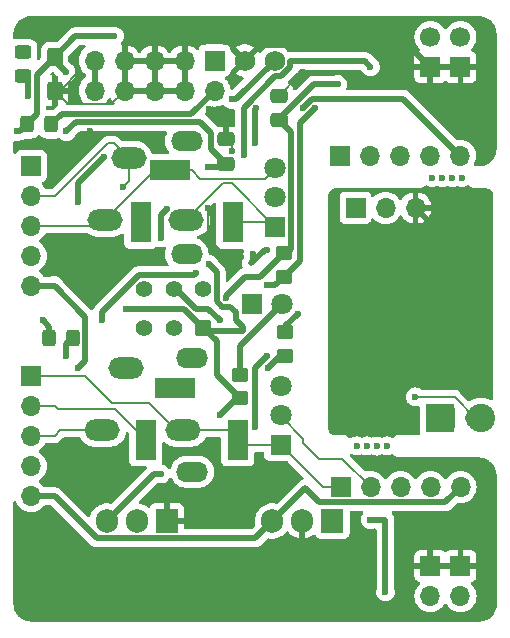
<source format=gbr>
%TF.GenerationSoftware,KiCad,Pcbnew,8.0.4*%
%TF.CreationDate,2024-08-25T20:19:00-07:00*%
%TF.ProjectId,Croissant,43726f69-7373-4616-9e74-2e6b69636164,rev?*%
%TF.SameCoordinates,Original*%
%TF.FileFunction,Copper,L2,Bot*%
%TF.FilePolarity,Positive*%
%FSLAX46Y46*%
G04 Gerber Fmt 4.6, Leading zero omitted, Abs format (unit mm)*
G04 Created by KiCad (PCBNEW 8.0.4) date 2024-08-25 20:19:00*
%MOMM*%
%LPD*%
G01*
G04 APERTURE LIST*
G04 Aperture macros list*
%AMRoundRect*
0 Rectangle with rounded corners*
0 $1 Rounding radius*
0 $2 $3 $4 $5 $6 $7 $8 $9 X,Y pos of 4 corners*
0 Add a 4 corners polygon primitive as box body*
4,1,4,$2,$3,$4,$5,$6,$7,$8,$9,$2,$3,0*
0 Add four circle primitives for the rounded corners*
1,1,$1+$1,$2,$3*
1,1,$1+$1,$4,$5*
1,1,$1+$1,$6,$7*
1,1,$1+$1,$8,$9*
0 Add four rect primitives between the rounded corners*
20,1,$1+$1,$2,$3,$4,$5,0*
20,1,$1+$1,$4,$5,$6,$7,0*
20,1,$1+$1,$6,$7,$8,$9,0*
20,1,$1+$1,$8,$9,$2,$3,0*%
G04 Aperture macros list end*
%TA.AperFunction,ComponentPad*%
%ADD10R,1.700000X1.700000*%
%TD*%
%TA.AperFunction,ComponentPad*%
%ADD11O,1.700000X1.700000*%
%TD*%
%TA.AperFunction,ComponentPad*%
%ADD12R,1.800000X1.800000*%
%TD*%
%TA.AperFunction,ComponentPad*%
%ADD13C,1.800000*%
%TD*%
%TA.AperFunction,ComponentPad*%
%ADD14R,1.905000X2.000000*%
%TD*%
%TA.AperFunction,ComponentPad*%
%ADD15O,1.905000X2.000000*%
%TD*%
%TA.AperFunction,ComponentPad*%
%ADD16RoundRect,0.250000X-0.620000X-0.620000X0.620000X-0.620000X0.620000X0.620000X-0.620000X0.620000X0*%
%TD*%
%TA.AperFunction,ComponentPad*%
%ADD17C,1.740000*%
%TD*%
%TA.AperFunction,ComponentPad*%
%ADD18R,1.800000X3.500000*%
%TD*%
%TA.AperFunction,ComponentPad*%
%ADD19R,3.500000X1.800000*%
%TD*%
%TA.AperFunction,ComponentPad*%
%ADD20O,2.700000X1.700000*%
%TD*%
%TA.AperFunction,ComponentPad*%
%ADD21C,1.700000*%
%TD*%
%TA.AperFunction,ComponentPad*%
%ADD22R,2.400000X2.400000*%
%TD*%
%TA.AperFunction,ComponentPad*%
%ADD23C,2.400000*%
%TD*%
%TA.AperFunction,ComponentPad*%
%ADD24RoundRect,0.250000X0.450000X0.450000X-0.450000X0.450000X-0.450000X-0.450000X0.450000X-0.450000X0*%
%TD*%
%TA.AperFunction,ComponentPad*%
%ADD25C,1.400000*%
%TD*%
%TA.AperFunction,ComponentPad*%
%ADD26O,3.000000X1.800000*%
%TD*%
%TA.AperFunction,SMDPad,CuDef*%
%ADD27RoundRect,0.250000X0.325000X0.450000X-0.325000X0.450000X-0.325000X-0.450000X0.325000X-0.450000X0*%
%TD*%
%TA.AperFunction,SMDPad,CuDef*%
%ADD28RoundRect,0.250000X0.475000X-0.337500X0.475000X0.337500X-0.475000X0.337500X-0.475000X-0.337500X0*%
%TD*%
%TA.AperFunction,SMDPad,CuDef*%
%ADD29RoundRect,0.250000X-0.425000X0.537500X-0.425000X-0.537500X0.425000X-0.537500X0.425000X0.537500X0*%
%TD*%
%TA.AperFunction,SMDPad,CuDef*%
%ADD30RoundRect,0.250000X-0.450000X0.325000X-0.450000X-0.325000X0.450000X-0.325000X0.450000X0.325000X0*%
%TD*%
%TA.AperFunction,SMDPad,CuDef*%
%ADD31RoundRect,0.250000X-0.325000X-0.450000X0.325000X-0.450000X0.325000X0.450000X-0.325000X0.450000X0*%
%TD*%
%TA.AperFunction,SMDPad,CuDef*%
%ADD32RoundRect,0.250000X-0.450000X0.350000X-0.450000X-0.350000X0.450000X-0.350000X0.450000X0.350000X0*%
%TD*%
%TA.AperFunction,SMDPad,CuDef*%
%ADD33RoundRect,0.250000X0.450000X-0.350000X0.450000X0.350000X-0.450000X0.350000X-0.450000X-0.350000X0*%
%TD*%
%TA.AperFunction,SMDPad,CuDef*%
%ADD34RoundRect,0.250000X-0.475000X0.337500X-0.475000X-0.337500X0.475000X-0.337500X0.475000X0.337500X0*%
%TD*%
%TA.AperFunction,ViaPad*%
%ADD35C,0.600000*%
%TD*%
%TA.AperFunction,Conductor*%
%ADD36C,0.500000*%
%TD*%
%TA.AperFunction,Conductor*%
%ADD37C,0.200000*%
%TD*%
G04 APERTURE END LIST*
D10*
%TO.P,P2,+12V,+12V*%
%TO.N,+12v bypass*%
X65540000Y-49000000D03*
D11*
X65540000Y-51540000D03*
%TO.P,P2,-12V,-12V*%
%TO.N,-12v bypass*%
X55380000Y-49000000D03*
X55380000Y-51540000D03*
%TO.P,P2,GND,GND*%
%TO.N,Gnd*%
X63000000Y-49000000D03*
X60460000Y-49000000D03*
X57920000Y-49000000D03*
X63000000Y-51540000D03*
X60460000Y-51540000D03*
X57920000Y-51540000D03*
%TD*%
D12*
%TO.P,D6,1,K*%
%TO.N,Gnd*%
X68671500Y-69634025D03*
D13*
%TO.P,D6,2,A*%
%TO.N,Net-(D6-A)*%
X71211500Y-69634025D03*
%TD*%
D14*
%TO.P,U1,1,VI*%
%TO.N,Net-(D5-K)*%
X75510324Y-87983999D03*
D15*
%TO.P,U1,2,GND*%
%TO.N,Gnd*%
X72970324Y-87983999D03*
%TO.P,U1,3,VO*%
%TO.N,+5v*%
X70430324Y-87983999D03*
%TD*%
D10*
%TO.P,J5,1,Pin_1*%
%TO.N,AudioIn*%
X77472723Y-61460000D03*
D11*
%TO.P,J5,2,Pin_2*%
%TO.N,VCC*%
X80012723Y-61460000D03*
%TO.P,J5,3,Pin_3*%
%TO.N,AGnd*%
X82552723Y-61460000D03*
%TD*%
D16*
%TO.P,P1,1,Pin_1*%
%TO.N,+12v bypass*%
X65540000Y-49000000D03*
D17*
%TO.P,P1,2,Pin_2*%
%TO.N,Gnd*%
X68080000Y-49000000D03*
%TO.P,P1,3,Pin_3*%
%TO.N,-12v bypass*%
X70620000Y-49000000D03*
%TD*%
D18*
%TO.P,J4,R*%
%TO.N,Net-(A2-Pin_2)*%
X59718449Y-81100156D03*
D19*
%TO.P,J4,S*%
%TO.N,Net-(A2-Pin_3)*%
X62218449Y-76700156D03*
D18*
%TO.P,J4,T*%
%TO.N,Net-(A2-Pin_1)*%
X67518449Y-81100156D03*
%TD*%
D20*
%TO.P,RV1,*%
%TO.N,*%
X63188260Y-65385027D03*
X63188260Y-55785027D03*
D12*
%TO.P,RV1,1,1*%
%TO.N,Net-(A1-Pin_1)*%
X70688260Y-63085027D03*
D13*
%TO.P,RV1,2,2*%
%TO.N,Net-(A1-Pin_2)*%
X70688260Y-60585027D03*
%TO.P,RV1,3,3*%
%TO.N,Net-(A1-Pin_3)*%
X70688260Y-58085027D03*
%TD*%
D21*
%TO.P,P9,1,Pin_1*%
%TO.N,+12v*%
X86357855Y-46990000D03*
D10*
%TO.P,P9,2,Pin_2*%
%TO.N,Gnd*%
X86357855Y-49530000D03*
%TD*%
D22*
%TO.P,J7,1,Pin_1*%
%TO.N,Out+*%
X84597376Y-79246295D03*
D23*
%TO.P,J7,2,Pin_2*%
%TO.N,Out-*%
X88097376Y-79246295D03*
%TD*%
D10*
%TO.P,P8,1,Pin_1*%
%TO.N,Gnd*%
X83814110Y-91788250D03*
D11*
%TO.P,P8,2,Pin_2*%
%TO.N,-12v*%
X83814110Y-94328250D03*
%TD*%
D10*
%TO.P,P10,1,Pin_1*%
%TO.N,Gnd*%
X86360000Y-91794963D03*
D11*
%TO.P,P10,2,Pin_2*%
%TO.N,-12v*%
X86360000Y-94334963D03*
%TD*%
D10*
%TO.P,A1,1,Pin_1*%
%TO.N,Net-(A1-Pin_1)*%
X76191276Y-57069118D03*
D11*
%TO.P,A1,2,Pin_2*%
%TO.N,Net-(A1-Pin_2)*%
X78731276Y-57069118D03*
%TO.P,A1,3,Pin_3*%
%TO.N,Net-(A1-Pin_3)*%
X81271276Y-57069118D03*
%TO.P,A1,4,Pin_4*%
%TO.N,unconnected-(A1-Pin_4-Pad4)*%
X83811276Y-57069118D03*
%TO.P,A1,5,Pin_5*%
%TO.N,+3.3v*%
X86351276Y-57069118D03*
%TD*%
D21*
%TO.P,P7,1,Pin_1*%
%TO.N,+12v*%
X83811276Y-47000868D03*
D10*
%TO.P,P7,2,Pin_2*%
%TO.N,Gnd*%
X83811276Y-49540868D03*
%TD*%
%TO.P,A4,1,Pin_1*%
%TO.N,Net-(A2-Pin_1)*%
X50000000Y-75714262D03*
D11*
%TO.P,A4,2,Pin_2*%
%TO.N,Net-(A2-Pin_2)*%
X50000000Y-78254262D03*
%TO.P,A4,3,Pin_3*%
%TO.N,Net-(A2-Pin_3)*%
X50000000Y-80794262D03*
%TO.P,A4,4,Pin_4*%
%TO.N,unconnected-(A4-Pin_4-Pad4)*%
X50000000Y-83334262D03*
%TO.P,A4,5,Pin_5*%
%TO.N,+5v*%
X50000000Y-85874262D03*
%TD*%
D10*
%TO.P,A2,1,Pin_1*%
%TO.N,Net-(A2-Pin_1)*%
X76208801Y-85090000D03*
D11*
%TO.P,A2,2,Pin_2*%
%TO.N,Net-(A2-Pin_2)*%
X78748801Y-85090000D03*
%TO.P,A2,3,Pin_3*%
%TO.N,Net-(A2-Pin_3)*%
X81288801Y-85090000D03*
%TO.P,A2,4,Pin_4*%
%TO.N,unconnected-(A2-Pin_4-Pad4)*%
X83828801Y-85090000D03*
%TO.P,A2,5,Pin_5*%
%TO.N,+5v*%
X86368801Y-85090000D03*
%TD*%
D10*
%TO.P,A3,1,Pin_1*%
%TO.N,Net-(A1-Pin_1)*%
X50013691Y-57939292D03*
D11*
%TO.P,A3,2,Pin_2*%
%TO.N,Net-(A1-Pin_2)*%
X50013691Y-60479292D03*
%TO.P,A3,3,Pin_3*%
%TO.N,Net-(A1-Pin_3)*%
X50013691Y-63019292D03*
%TO.P,A3,4,Pin_4*%
%TO.N,unconnected-(A3-Pin_4-Pad4)*%
X50013691Y-65559292D03*
%TO.P,A3,5,Pin_5*%
%TO.N,+3.3v*%
X50013691Y-68099292D03*
%TD*%
D24*
%TO.P,SW1,1,A*%
%TO.N,+12v*%
X64582831Y-71624680D03*
D25*
%TO.P,SW1,2,B*%
%TO.N,+12v clean*%
X62082831Y-71624680D03*
%TO.P,SW1,3,C*%
%TO.N,unconnected-(SW1-C-Pad3)*%
X59582831Y-71624680D03*
%TO.P,SW1,4,A*%
%TO.N,unconnected-(SW1-A-Pad4)*%
X59582831Y-68324680D03*
%TO.P,SW1,5,B*%
%TO.N,-12v clean*%
X62082831Y-68324680D03*
%TO.P,SW1,6,C*%
%TO.N,-12v*%
X64582831Y-68324680D03*
%TD*%
D20*
%TO.P,RV2,*%
%TO.N,*%
X63656922Y-83813864D03*
X63656922Y-74213864D03*
D12*
%TO.P,RV2,1,1*%
%TO.N,Net-(A2-Pin_1)*%
X71156922Y-81513864D03*
D13*
%TO.P,RV2,2,2*%
%TO.N,Net-(A2-Pin_2)*%
X71156922Y-79013864D03*
%TO.P,RV2,3,3*%
%TO.N,Net-(A2-Pin_3)*%
X71156922Y-76513864D03*
%TD*%
D14*
%TO.P,U2,1,GND*%
%TO.N,Gnd*%
X61503159Y-87983999D03*
D15*
%TO.P,U2,2,VO*%
%TO.N,+3.3v*%
X58963159Y-87983999D03*
%TO.P,U2,3,VI*%
%TO.N,+12v*%
X56423159Y-87983999D03*
%TD*%
D26*
%TO.P,J1,R*%
%TO.N,Net-(A1-Pin_2)*%
X58251109Y-57209364D03*
%TO.P,J1,S*%
%TO.N,Net-(A1-Pin_3)*%
X56297109Y-62509364D03*
%TO.P,J1,T*%
%TO.N,Net-(A1-Pin_1)*%
X63155109Y-62509364D03*
%TD*%
D18*
%TO.P,J3,R*%
%TO.N,Net-(A1-Pin_2)*%
X59292981Y-62697583D03*
D19*
%TO.P,J3,S*%
%TO.N,Net-(A1-Pin_3)*%
X61792981Y-58297583D03*
D18*
%TO.P,J3,T*%
%TO.N,Net-(A1-Pin_1)*%
X67092981Y-62697583D03*
%TD*%
D26*
%TO.P,J2,R*%
%TO.N,Net-(A2-Pin_2)*%
X58000000Y-75000000D03*
%TO.P,J2,S*%
%TO.N,Net-(A2-Pin_3)*%
X56046000Y-80300000D03*
%TO.P,J2,T*%
%TO.N,Net-(A2-Pin_1)*%
X62904000Y-80300000D03*
%TD*%
D10*
%TO.P,J6,1,Pin_1*%
%TO.N,Out+*%
X85090000Y-79240686D03*
D11*
%TO.P,J6,2,Pin_2*%
%TO.N,Out-*%
X87630000Y-79240686D03*
%TD*%
D27*
%TO.P,D5,1,K*%
%TO.N,Net-(D5-K)*%
X53569020Y-72460861D03*
%TO.P,D5,2,A*%
%TO.N,+12v*%
X51519020Y-72460861D03*
%TD*%
D28*
%TO.P,C2,1*%
%TO.N,+12v clean*%
X71000000Y-54037500D03*
%TO.P,C2,2*%
%TO.N,Gnd*%
X71000000Y-51962500D03*
%TD*%
D29*
%TO.P,C1,1*%
%TO.N,+12v clean*%
X51995534Y-48684028D03*
%TO.P,C1,2*%
%TO.N,Gnd*%
X51995534Y-51559028D03*
%TD*%
D30*
%TO.P,D3,1,K*%
%TO.N,-12v bypass*%
X49342599Y-48248883D03*
%TO.P,D3,2,A*%
%TO.N,-12v clean*%
X49342599Y-50298883D03*
%TD*%
D31*
%TO.P,D2,1,K*%
%TO.N,+12v clean*%
X49656664Y-54405004D03*
%TO.P,D2,2,A*%
%TO.N,+12v bypass*%
X51706664Y-54405004D03*
%TD*%
D32*
%TO.P,R3,1*%
%TO.N,Net-(D6-A)*%
X67718449Y-75600156D03*
%TO.P,R3,2*%
%TO.N,+12v*%
X67718449Y-77600156D03*
%TD*%
D33*
%TO.P,R1,1*%
%TO.N,+12v bypass*%
X71378594Y-67309837D03*
%TO.P,R1,2*%
%TO.N,+12v clean*%
X71378594Y-65309837D03*
%TD*%
D32*
%TO.P,R2,1*%
%TO.N,-12v bypass*%
X71506398Y-72015774D03*
%TO.P,R2,2*%
%TO.N,-12v clean*%
X71506398Y-74015774D03*
%TD*%
D34*
%TO.P,C4,1*%
%TO.N,Gnd*%
X66507112Y-55678562D03*
%TO.P,C4,2*%
%TO.N,-12v clean*%
X66507112Y-57753562D03*
%TD*%
D35*
%TO.N,*%
X84788701Y-58912857D03*
X77562583Y-81617045D03*
X86491374Y-58912857D03*
X80126801Y-81625211D03*
X78424128Y-81625211D03*
X79265257Y-81633378D03*
X85629830Y-58921024D03*
X83927156Y-58904691D03*
%TO.N,+12v*%
X65056171Y-66250001D03*
X51000000Y-71000000D03*
X68000000Y-57000000D03*
X78740000Y-49530000D03*
X58000000Y-70000000D03*
X66000000Y-79000000D03*
X61000000Y-84000000D03*
%TO.N,Gnd*%
X52000000Y-65000000D03*
X73000000Y-50000000D03*
X54000000Y-86000000D03*
X67000000Y-67000000D03*
X64992981Y-61520019D03*
X55000000Y-55000000D03*
X65070331Y-53070331D03*
X52000000Y-59000000D03*
X66986471Y-56666062D03*
X55000000Y-65000000D03*
X54000000Y-50000000D03*
X56000000Y-84000000D03*
%TO.N,-12v*%
X70000000Y-74000000D03*
X69000000Y-80000000D03*
X78740000Y-87860082D03*
X80010000Y-93980000D03*
%TO.N,Net-(A1-Pin_2)*%
X57785000Y-59690000D03*
%TO.N,Net-(D5-K)*%
X53000000Y-74000000D03*
%TO.N,+3.3v*%
X73000000Y-53000000D03*
X56168389Y-57168389D03*
X54000000Y-61000000D03*
X54000000Y-75000000D03*
X51973601Y-68063936D03*
%TO.N,+12v bypass*%
X70000000Y-68000000D03*
X64000000Y-67000000D03*
X74030331Y-53030331D03*
X56000000Y-71000000D03*
%TO.N,-12v bypass*%
X68775592Y-65347583D03*
X69030331Y-53030331D03*
X70000000Y-65000000D03*
X72561500Y-70438500D03*
X67000000Y-52290000D03*
X69000000Y-56000000D03*
%TO.N,+12v clean*%
X75950000Y-51020000D03*
X53000000Y-50000000D03*
X66482831Y-69074680D03*
X57043725Y-46930000D03*
X48800000Y-55000000D03*
%TO.N,-12v clean*%
X53000000Y-55000000D03*
X61523569Y-61562829D03*
X70030331Y-75030331D03*
X66000000Y-71000000D03*
X49742599Y-52000000D03*
X61000000Y-64000000D03*
X65000000Y-58000000D03*
%TO.N,AGnd*%
X81280000Y-68580000D03*
X83820000Y-64770000D03*
X85090000Y-73660000D03*
X77470000Y-78740000D03*
%TO.N,Out-*%
X82550000Y-77470000D03*
%TD*%
D36*
%TO.N,+12v*%
X61000000Y-84000000D02*
X60407158Y-84000000D01*
X67321500Y-70321500D02*
X67321500Y-70984025D01*
X78270000Y-49060000D02*
X78740000Y-49530000D01*
X71166762Y-50320000D02*
X71940000Y-49546762D01*
X64582831Y-71624680D02*
X65726922Y-72768771D01*
X67399844Y-77600156D02*
X66000000Y-79000000D01*
X51519020Y-72460861D02*
X51519020Y-71519020D01*
X64885938Y-71927787D02*
X64582831Y-71624680D01*
X67718449Y-77600156D02*
X67399844Y-77600156D01*
X51519020Y-71519020D02*
X51000000Y-71000000D01*
X65732831Y-69385341D02*
X66172170Y-69824680D01*
X65726922Y-75608629D02*
X67718449Y-77600156D01*
X58000000Y-70000000D02*
X62958151Y-70000000D01*
X77000000Y-49060000D02*
X78270000Y-49060000D01*
X68000000Y-53000000D02*
X70680000Y-50320000D01*
X65056171Y-66250001D02*
X65732831Y-66926661D01*
X65732831Y-66926661D02*
X65732831Y-69385341D01*
X68000000Y-57000000D02*
X68000000Y-53000000D01*
X67321500Y-70984025D02*
X67927787Y-71590312D01*
X70680000Y-50320000D02*
X71166762Y-50320000D01*
X71940000Y-49060000D02*
X77000000Y-49060000D01*
X66172170Y-69824680D02*
X66824680Y-69824680D01*
X60407158Y-84000000D02*
X56423159Y-87983999D01*
X62958151Y-70000000D02*
X64582831Y-71624680D01*
X66824680Y-69824680D02*
X67321500Y-70321500D01*
X65726922Y-72768771D02*
X65726922Y-75608629D01*
X67927787Y-71590312D02*
X67927787Y-71927787D01*
X67927787Y-71927787D02*
X64885938Y-71927787D01*
X71940000Y-49546762D02*
X71940000Y-49060000D01*
%TO.N,Gnd*%
X66507112Y-55678562D02*
X66507112Y-54507112D01*
X66507112Y-54507112D02*
X65070331Y-53070331D01*
X55000000Y-56000000D02*
X55000000Y-55000000D01*
D37*
X64992981Y-64000000D02*
X64992981Y-61520019D01*
X51995534Y-51559028D02*
X52440972Y-51559028D01*
X53126506Y-52690000D02*
X56770000Y-52690000D01*
X67000000Y-66007019D02*
X64992981Y-64000000D01*
D36*
X68080000Y-49000000D02*
X69400000Y-47680000D01*
D37*
X66986471Y-56157921D02*
X66507112Y-55678562D01*
X72962500Y-50000000D02*
X73000000Y-50000000D01*
D36*
X81950408Y-47680000D02*
X83811276Y-49540868D01*
D37*
X56770000Y-52690000D02*
X57920000Y-51540000D01*
X52440972Y-51559028D02*
X54000000Y-50000000D01*
D36*
X86357855Y-49530000D02*
X83822144Y-49530000D01*
X52000000Y-59000000D02*
X55000000Y-56000000D01*
X55000000Y-65000000D02*
X52000000Y-65000000D01*
D37*
X67000000Y-67000000D02*
X67000000Y-66007019D01*
X71000000Y-51962500D02*
X72962500Y-50000000D01*
D36*
X69400000Y-47680000D02*
X81950408Y-47680000D01*
D37*
X66986471Y-56666062D02*
X66986471Y-56157921D01*
D36*
X54000000Y-86000000D02*
X56000000Y-84000000D01*
D37*
X51995534Y-51559028D02*
X53126506Y-52690000D01*
D36*
%TO.N,-12v*%
X80010000Y-93980000D02*
X80010000Y-87860082D01*
X69000000Y-80000000D02*
X69000000Y-75000000D01*
X69000000Y-75000000D02*
X70000000Y-74000000D01*
X80010000Y-87860082D02*
X78740000Y-87860082D01*
D37*
%TO.N,Net-(A1-Pin_1)*%
X67003233Y-59400000D02*
X70688260Y-63085027D01*
X70300816Y-62697583D02*
X70688260Y-63085027D01*
X67092981Y-62697583D02*
X70300816Y-62697583D01*
X63155109Y-62509364D02*
X66264473Y-59400000D01*
X66264473Y-59400000D02*
X67003233Y-59400000D01*
%TO.N,Net-(A1-Pin_3)*%
X50013691Y-63019292D02*
X55787181Y-63019292D01*
X61792981Y-58297583D02*
X60508890Y-58297583D01*
X60508890Y-58297583D02*
X56297109Y-62509364D01*
X55787181Y-63019292D02*
X56297109Y-62509364D01*
X63638147Y-58297583D02*
X64340564Y-59000000D01*
X64340564Y-59000000D02*
X69773287Y-59000000D01*
X61792981Y-58297583D02*
X63638147Y-58297583D01*
X69773287Y-59000000D02*
X70688260Y-58085027D01*
%TO.N,Net-(A1-Pin_2)*%
X56488249Y-56000000D02*
X57041745Y-56000000D01*
X52008957Y-60479292D02*
X56488249Y-56000000D01*
X58251109Y-59223891D02*
X58251109Y-57209364D01*
X50013691Y-60479292D02*
X52008957Y-60479292D01*
X57041745Y-56000000D02*
X58251109Y-57209364D01*
X57785000Y-59690000D02*
X58251109Y-59223891D01*
%TO.N,Net-(A2-Pin_2)*%
X73050106Y-81340567D02*
X74404098Y-82694559D01*
X75295674Y-82704447D02*
X76363248Y-82704447D01*
X57118293Y-78500000D02*
X52241004Y-78500000D01*
X50000000Y-78254262D02*
X51995266Y-78254262D01*
X52241004Y-78500000D02*
X51995266Y-78254262D01*
X73050106Y-81007100D02*
X73050106Y-81340567D01*
X75285786Y-82694559D02*
X75295674Y-82704447D01*
X71156922Y-79113916D02*
X73050106Y-81007100D01*
X71156922Y-79013864D02*
X71156922Y-79113916D01*
X76363248Y-82704447D02*
X78748801Y-85090000D01*
X59718449Y-81100156D02*
X57118293Y-78500000D01*
X74404098Y-82694559D02*
X75285786Y-82694559D01*
%TO.N,Net-(A2-Pin_3)*%
X50000000Y-80794262D02*
X51995266Y-80794262D01*
X51995266Y-80794262D02*
X52489528Y-80300000D01*
X52489528Y-80300000D02*
X56046000Y-80300000D01*
%TO.N,Net-(A2-Pin_1)*%
X62304000Y-80300000D02*
X62904000Y-80300000D01*
X54606344Y-75714262D02*
X56892082Y-78000000D01*
X50000000Y-75714262D02*
X54606344Y-75714262D01*
X74733058Y-85090000D02*
X71156922Y-81513864D01*
X62904000Y-80300000D02*
X66718293Y-80300000D01*
X71156922Y-81513864D02*
X67932157Y-81513864D01*
X67932157Y-81513864D02*
X67518449Y-81100156D01*
X60004000Y-78000000D02*
X62304000Y-80300000D01*
X76208801Y-85090000D02*
X74733058Y-85090000D01*
X56892082Y-78000000D02*
X60004000Y-78000000D01*
X66718293Y-80300000D02*
X67518449Y-81100156D01*
D36*
%TO.N,Net-(D5-K)*%
X53000000Y-73029881D02*
X53569020Y-72460861D01*
X53000000Y-74000000D02*
X53000000Y-73029881D01*
%TO.N,+5v*%
X68980324Y-89433999D02*
X55555003Y-89433999D01*
X51995266Y-85874262D02*
X50000000Y-85874262D01*
X55555003Y-89433999D02*
X51995266Y-85874262D01*
X70430324Y-87983999D02*
X68980324Y-89433999D01*
X74413771Y-86390000D02*
X85068801Y-86390000D01*
X70430324Y-87983999D02*
X73219047Y-85195276D01*
X73219047Y-85195276D02*
X74413771Y-86390000D01*
X85068801Y-86390000D02*
X86368801Y-85090000D01*
%TO.N,+3.3v*%
X73750000Y-52250000D02*
X73000000Y-53000000D01*
X56168389Y-57168389D02*
X54000000Y-59336778D01*
X50013691Y-68099292D02*
X52008957Y-68099292D01*
X54000000Y-75000000D02*
X54594020Y-74405980D01*
X54594020Y-74405980D02*
X54594020Y-70684355D01*
X81532158Y-52250000D02*
X86351276Y-57069118D01*
X73750000Y-52250000D02*
X81532158Y-52250000D01*
X54594020Y-70684355D02*
X52008957Y-68099292D01*
X54000000Y-59336778D02*
X54000000Y-61000000D01*
%TO.N,+12v bypass*%
X72744801Y-54315861D02*
X72744801Y-65943630D01*
X63554973Y-53525027D02*
X65540000Y-51540000D01*
X70000000Y-68000000D02*
X70688431Y-68000000D01*
X59106485Y-67174680D02*
X63825320Y-67174680D01*
X56000000Y-71000000D02*
X56000000Y-70281165D01*
X74030331Y-53030331D02*
X72744801Y-54315861D01*
X63825320Y-67174680D02*
X64000000Y-67000000D01*
X52586641Y-53525027D02*
X63554973Y-53525027D01*
X51706664Y-54405004D02*
X52586641Y-53525027D01*
X70688431Y-68000000D02*
X71378594Y-67309837D01*
X72744801Y-65943630D02*
X71378594Y-67309837D01*
X56000000Y-70281165D02*
X59106485Y-67174680D01*
%TO.N,-12v bypass*%
X68775592Y-65347583D02*
X68775592Y-66000461D01*
X71506398Y-71493602D02*
X72561500Y-70438500D01*
X69000000Y-56000000D02*
X69000000Y-53060662D01*
X55380000Y-51540000D02*
X55380000Y-49000000D01*
X67000000Y-52290000D02*
X67330000Y-52290000D01*
X68775592Y-66000461D02*
X68598724Y-66177329D01*
X55380000Y-51540000D02*
X55540000Y-51540000D01*
X70000000Y-65000000D02*
X69776053Y-65000000D01*
X71506398Y-72015774D02*
X71506398Y-71493602D01*
X69776053Y-65000000D02*
X68598724Y-66177329D01*
X69000000Y-53060662D02*
X69030331Y-53030331D01*
X67330000Y-52290000D02*
X70620000Y-49000000D01*
%TO.N,+12v clean*%
X49061668Y-55000000D02*
X49656664Y-54405004D01*
X50492599Y-50186963D02*
X51995534Y-48684028D01*
X73919339Y-51020000D02*
X75950000Y-51020000D01*
X71000000Y-53939339D02*
X73919339Y-51020000D01*
X48800000Y-55000000D02*
X49061668Y-55000000D01*
X49656664Y-54343336D02*
X50492599Y-53507401D01*
X72044801Y-64955199D02*
X72044801Y-55082301D01*
X68105502Y-67327329D02*
X69361102Y-67327329D01*
X51995534Y-48995534D02*
X53000000Y-50000000D01*
X69361102Y-67327329D02*
X71378594Y-65309837D01*
X71000000Y-54037500D02*
X71000000Y-53939339D01*
X72044801Y-55082301D02*
X71000000Y-54037500D01*
X49656664Y-54405004D02*
X49656664Y-54343336D01*
X50492599Y-53507401D02*
X50492599Y-50186963D01*
X71378594Y-65309837D02*
X71690163Y-65309837D01*
X66482831Y-68950000D02*
X68105502Y-67327329D01*
X53749562Y-46930000D02*
X51995534Y-48684028D01*
X71690163Y-65309837D02*
X72044801Y-64955199D01*
X51995534Y-48684028D02*
X51995534Y-48995534D01*
X66482831Y-69074680D02*
X66482831Y-68950000D01*
X57043725Y-46930000D02*
X53749562Y-46930000D01*
%TO.N,-12v clean*%
X65000000Y-58000000D02*
X66260674Y-58000000D01*
X71506398Y-74015774D02*
X71044888Y-74015774D01*
X65258260Y-56504710D02*
X65258260Y-55138854D01*
X49742599Y-50698883D02*
X49342599Y-50298883D01*
X65258260Y-55138854D02*
X64344433Y-54225027D01*
X62272781Y-68324680D02*
X62082831Y-68324680D01*
X61000000Y-62086398D02*
X61523569Y-61562829D01*
X71044888Y-74015774D02*
X70030331Y-75030331D01*
X63948101Y-70000000D02*
X62272781Y-68324680D01*
X66507112Y-57753562D02*
X65258260Y-56504710D01*
X71506398Y-74015774D02*
X71015774Y-74015774D01*
X53774973Y-54225027D02*
X53000000Y-55000000D01*
X66260674Y-58000000D02*
X66507112Y-57753562D01*
X54092701Y-54225027D02*
X53774973Y-54225027D01*
X49742599Y-52000000D02*
X49742599Y-50698883D01*
X64344433Y-54225027D02*
X54092701Y-54225027D01*
X61000000Y-64000000D02*
X61000000Y-62086398D01*
X71506398Y-74015774D02*
X71076436Y-74015774D01*
X65000000Y-70000000D02*
X63948101Y-70000000D01*
X66000000Y-71000000D02*
X65000000Y-70000000D01*
%TO.N,Net-(D6-A)*%
X71211500Y-69634025D02*
X67718449Y-73127076D01*
X67718449Y-73127076D02*
X67718449Y-75600156D01*
%TO.N,AGnd*%
X83820000Y-62727277D02*
X83820000Y-64770000D01*
D37*
X85090000Y-73660000D02*
X81280000Y-69850000D01*
X82550000Y-73660000D02*
X85090000Y-73660000D01*
X77470000Y-78740000D02*
X82550000Y-73660000D01*
D36*
X82552723Y-61460000D02*
X83820000Y-62727277D01*
D37*
X81280000Y-69850000D02*
X81280000Y-68580000D01*
%TO.N,Out-*%
X82550000Y-77470000D02*
X85859314Y-77470000D01*
X85859314Y-77470000D02*
X87630000Y-79240686D01*
%TD*%
%TA.AperFunction,Conductor*%
%TO.N,AGnd*%
G36*
X87085312Y-59570678D02*
G01*
X87104893Y-59586624D01*
X87130743Y-59612477D01*
X87130746Y-59612479D01*
X87130745Y-59612479D01*
X87246828Y-59690057D01*
X87286087Y-59716294D01*
X87458698Y-59787814D01*
X87641939Y-59824287D01*
X87641938Y-59824287D01*
X87641944Y-59824288D01*
X87735237Y-59824298D01*
X87735348Y-59824331D01*
X87735349Y-59824299D01*
X88549099Y-59825146D01*
X88550301Y-59825225D01*
X88557691Y-59825224D01*
X88557696Y-59825226D01*
X88616622Y-59825224D01*
X88630502Y-59826002D01*
X88720855Y-59836181D01*
X88747926Y-59842360D01*
X88827120Y-59870070D01*
X88852138Y-59882118D01*
X88923188Y-59926761D01*
X88944898Y-59944074D01*
X89004225Y-60003401D01*
X89021538Y-60025111D01*
X89066181Y-60096161D01*
X89078229Y-60121179D01*
X89105939Y-60200373D01*
X89112118Y-60227445D01*
X89122296Y-60317795D01*
X89123075Y-60331678D01*
X89123074Y-60399227D01*
X89123076Y-60399256D01*
X89123076Y-77655489D01*
X89103391Y-77722528D01*
X89050587Y-77768283D01*
X88981429Y-77778227D01*
X88945275Y-77767209D01*
X88720382Y-77658907D01*
X88720384Y-77658907D01*
X88476842Y-77583784D01*
X88476838Y-77583783D01*
X88476834Y-77583782D01*
X88355607Y-77565509D01*
X88224816Y-77545795D01*
X88224811Y-77545795D01*
X87969941Y-77545795D01*
X87969935Y-77545795D01*
X87812985Y-77569452D01*
X87717918Y-77583782D01*
X87717915Y-77583783D01*
X87717909Y-77583784D01*
X87474368Y-77658907D01*
X87244749Y-77769485D01*
X87244741Y-77769490D01*
X87188882Y-77807574D01*
X87122402Y-77829074D01*
X87054852Y-77811219D01*
X87031350Y-77792801D01*
X86346904Y-77108355D01*
X86346902Y-77108352D01*
X86228031Y-76989481D01*
X86228023Y-76989475D01*
X86126250Y-76930717D01*
X86126248Y-76930716D01*
X86091104Y-76910425D01*
X86091103Y-76910424D01*
X86078577Y-76907067D01*
X85938371Y-76869499D01*
X85780257Y-76869499D01*
X85772661Y-76869499D01*
X85772645Y-76869500D01*
X83132412Y-76869500D01*
X83065373Y-76849815D01*
X83055097Y-76842445D01*
X83052263Y-76840185D01*
X83052262Y-76840184D01*
X82995496Y-76804515D01*
X82899523Y-76744211D01*
X82729254Y-76684631D01*
X82729249Y-76684630D01*
X82550004Y-76664435D01*
X82549996Y-76664435D01*
X82370750Y-76684630D01*
X82370745Y-76684631D01*
X82200476Y-76744211D01*
X82047737Y-76840184D01*
X81920184Y-76967737D01*
X81824211Y-77120476D01*
X81764631Y-77290745D01*
X81764630Y-77290750D01*
X81744435Y-77469996D01*
X81744435Y-77470003D01*
X81764630Y-77649249D01*
X81764631Y-77649254D01*
X81824211Y-77819523D01*
X81853068Y-77865448D01*
X81920184Y-77972262D01*
X82047738Y-78099816D01*
X82200478Y-78195789D01*
X82357896Y-78250872D01*
X82370745Y-78255368D01*
X82370750Y-78255369D01*
X82549996Y-78275565D01*
X82550000Y-78275565D01*
X82550004Y-78275565D01*
X82729249Y-78255369D01*
X82729250Y-78255368D01*
X82729255Y-78255368D01*
X82731921Y-78254434D01*
X82733753Y-78254341D01*
X82736037Y-78253820D01*
X82736128Y-78254220D01*
X82801699Y-78250872D01*
X82862326Y-78285600D01*
X82894554Y-78347593D01*
X82896876Y-78371476D01*
X82896876Y-80494165D01*
X82896877Y-80494171D01*
X82904114Y-80561491D01*
X82901317Y-80561791D01*
X82898282Y-80618252D01*
X82857407Y-80674917D01*
X82792384Y-80700488D01*
X82781383Y-80700980D01*
X81288919Y-80701359D01*
X81186565Y-80701359D01*
X81003298Y-80737813D01*
X81003290Y-80737815D01*
X80830656Y-80809321D01*
X80830643Y-80809328D01*
X80675280Y-80913139D01*
X80670573Y-80917003D01*
X80669437Y-80915619D01*
X80615509Y-80945054D01*
X80545818Y-80940057D01*
X80523201Y-80928877D01*
X80476324Y-80899422D01*
X80306055Y-80839842D01*
X80306050Y-80839841D01*
X80126805Y-80819646D01*
X80126797Y-80819646D01*
X79947551Y-80839841D01*
X79947538Y-80839844D01*
X79777281Y-80899420D01*
X79755500Y-80913106D01*
X79688263Y-80932105D01*
X79623558Y-80913105D01*
X79614779Y-80907588D01*
X79614775Y-80907587D01*
X79444519Y-80848011D01*
X79444506Y-80848008D01*
X79265261Y-80827813D01*
X79265253Y-80827813D01*
X79086007Y-80848008D01*
X79085994Y-80848011D01*
X78915735Y-80907588D01*
X78909463Y-80910609D01*
X78908726Y-80909079D01*
X78849905Y-80925690D01*
X78785222Y-80906692D01*
X78773651Y-80899422D01*
X78773649Y-80899421D01*
X78603390Y-80839844D01*
X78603377Y-80839841D01*
X78424132Y-80819646D01*
X78424124Y-80819646D01*
X78244878Y-80839841D01*
X78244865Y-80839844D01*
X78074606Y-80899421D01*
X78065821Y-80904941D01*
X77998583Y-80923939D01*
X77933880Y-80904938D01*
X77912107Y-80891256D01*
X77741837Y-80831676D01*
X77741832Y-80831675D01*
X77562587Y-80811480D01*
X77562579Y-80811480D01*
X77383333Y-80831675D01*
X77383328Y-80831676D01*
X77213057Y-80891257D01*
X77110017Y-80956001D01*
X77042780Y-80975001D01*
X76975945Y-80954633D01*
X76956366Y-80938690D01*
X76946553Y-80928877D01*
X76930822Y-80913146D01*
X76930816Y-80913142D01*
X76775447Y-80809327D01*
X76602809Y-80737818D01*
X76602803Y-80737816D01*
X76419537Y-80701362D01*
X76419535Y-80701362D01*
X76326973Y-80701362D01*
X76326660Y-80701361D01*
X76324668Y-80701355D01*
X75753665Y-80699713D01*
X75750480Y-80699500D01*
X75685354Y-80699500D01*
X75671469Y-80698720D01*
X75581125Y-80688538D01*
X75554055Y-80682359D01*
X75474853Y-80654643D01*
X75449837Y-80642595D01*
X75378791Y-80597953D01*
X75357082Y-80580641D01*
X75355968Y-80579527D01*
X75297748Y-80521305D01*
X75280439Y-80499599D01*
X75235800Y-80428555D01*
X75223753Y-80403539D01*
X75196037Y-80324332D01*
X75189858Y-80297259D01*
X75179656Y-80206705D01*
X75178876Y-80192823D01*
X75178876Y-60562135D01*
X76122223Y-60562135D01*
X76122223Y-62357870D01*
X76122224Y-62357876D01*
X76128631Y-62417483D01*
X76178925Y-62552328D01*
X76178929Y-62552335D01*
X76265175Y-62667544D01*
X76265178Y-62667547D01*
X76380387Y-62753793D01*
X76380394Y-62753797D01*
X76515240Y-62804091D01*
X76515239Y-62804091D01*
X76522167Y-62804835D01*
X76574850Y-62810500D01*
X78370595Y-62810499D01*
X78430206Y-62804091D01*
X78565054Y-62753796D01*
X78680269Y-62667546D01*
X78766519Y-62552331D01*
X78815533Y-62420916D01*
X78857404Y-62364984D01*
X78922868Y-62340566D01*
X78991141Y-62355417D01*
X79019396Y-62376569D01*
X79141322Y-62498495D01*
X79238107Y-62566265D01*
X79334888Y-62634032D01*
X79334890Y-62634033D01*
X79334893Y-62634035D01*
X79549060Y-62733903D01*
X79777315Y-62795063D01*
X79953757Y-62810500D01*
X80012722Y-62815659D01*
X80012723Y-62815659D01*
X80012724Y-62815659D01*
X80071689Y-62810500D01*
X80248131Y-62795063D01*
X80476386Y-62733903D01*
X80690553Y-62634035D01*
X80884124Y-62498495D01*
X81051218Y-62331401D01*
X81181453Y-62145405D01*
X81236030Y-62101781D01*
X81305528Y-62094587D01*
X81367883Y-62126110D01*
X81384602Y-62145405D01*
X81514613Y-62331078D01*
X81681640Y-62498105D01*
X81875144Y-62633600D01*
X82089230Y-62733429D01*
X82089239Y-62733433D01*
X82302723Y-62790634D01*
X82302723Y-61893012D01*
X82359730Y-61925925D01*
X82486897Y-61960000D01*
X82618549Y-61960000D01*
X82745716Y-61925925D01*
X82802723Y-61893012D01*
X82802723Y-62790633D01*
X83016206Y-62733433D01*
X83016215Y-62733429D01*
X83230301Y-62633600D01*
X83423805Y-62498105D01*
X83590828Y-62331082D01*
X83726323Y-62137578D01*
X83826152Y-61923492D01*
X83826155Y-61923486D01*
X83883359Y-61710000D01*
X82985735Y-61710000D01*
X83018648Y-61652993D01*
X83052723Y-61525826D01*
X83052723Y-61394174D01*
X83018648Y-61267007D01*
X82985735Y-61210000D01*
X83883359Y-61210000D01*
X83883358Y-61209999D01*
X83826155Y-60996513D01*
X83826152Y-60996507D01*
X83726323Y-60782422D01*
X83726322Y-60782420D01*
X83590836Y-60588926D01*
X83590831Y-60588920D01*
X83423805Y-60421894D01*
X83230301Y-60286399D01*
X83016215Y-60186570D01*
X83016209Y-60186567D01*
X82802723Y-60129364D01*
X82802723Y-61026988D01*
X82745716Y-60994075D01*
X82618549Y-60960000D01*
X82486897Y-60960000D01*
X82359730Y-60994075D01*
X82302723Y-61026988D01*
X82302723Y-60129364D01*
X82302722Y-60129364D01*
X82089236Y-60186567D01*
X82089230Y-60186570D01*
X81875145Y-60286399D01*
X81875143Y-60286400D01*
X81681649Y-60421886D01*
X81681643Y-60421891D01*
X81514614Y-60588920D01*
X81514613Y-60588922D01*
X81384603Y-60774595D01*
X81330026Y-60818219D01*
X81260527Y-60825412D01*
X81198173Y-60793890D01*
X81181453Y-60774594D01*
X81051217Y-60588597D01*
X80884125Y-60421506D01*
X80884118Y-60421501D01*
X80690557Y-60285967D01*
X80690553Y-60285965D01*
X80690551Y-60285964D01*
X80476386Y-60186097D01*
X80476382Y-60186096D01*
X80476378Y-60186094D01*
X80248136Y-60124938D01*
X80248126Y-60124936D01*
X80012724Y-60104341D01*
X80012722Y-60104341D01*
X79777319Y-60124936D01*
X79777309Y-60124938D01*
X79549067Y-60186094D01*
X79549058Y-60186098D01*
X79334894Y-60285964D01*
X79334892Y-60285965D01*
X79141323Y-60421503D01*
X79019396Y-60543430D01*
X78958073Y-60576914D01*
X78888381Y-60571930D01*
X78832448Y-60530058D01*
X78815533Y-60499081D01*
X78766520Y-60367671D01*
X78766516Y-60367664D01*
X78680270Y-60252455D01*
X78680267Y-60252452D01*
X78565058Y-60166206D01*
X78565051Y-60166202D01*
X78430205Y-60115908D01*
X78430206Y-60115908D01*
X78370606Y-60109501D01*
X78370604Y-60109500D01*
X78370596Y-60109500D01*
X78370587Y-60109500D01*
X76574852Y-60109500D01*
X76574846Y-60109501D01*
X76515239Y-60115908D01*
X76380394Y-60166202D01*
X76380387Y-60166206D01*
X76265178Y-60252452D01*
X76265175Y-60252455D01*
X76178929Y-60367664D01*
X76178925Y-60367671D01*
X76128631Y-60502517D01*
X76122224Y-60562116D01*
X76122223Y-60562135D01*
X75178876Y-60562135D01*
X75178876Y-60403210D01*
X75178878Y-60403181D01*
X75178877Y-60390606D01*
X75178879Y-60390604D01*
X75178877Y-60331673D01*
X75179656Y-60317794D01*
X75180675Y-60308748D01*
X75189834Y-60227434D01*
X75196013Y-60200366D01*
X75200841Y-60186570D01*
X75223725Y-60121162D01*
X75235772Y-60096147D01*
X75280419Y-60025088D01*
X75297722Y-60003388D01*
X75357071Y-59944035D01*
X75378767Y-59926734D01*
X75449826Y-59882083D01*
X75474839Y-59870036D01*
X75554050Y-59842317D01*
X75581115Y-59836139D01*
X75671056Y-59826003D01*
X75684943Y-59825223D01*
X75753146Y-59825223D01*
X75753262Y-59825213D01*
X82683908Y-59824304D01*
X82684138Y-59824372D01*
X82735365Y-59824378D01*
X82735365Y-59824379D01*
X82828629Y-59824390D01*
X82828806Y-59824391D01*
X82828806Y-59824390D01*
X82828810Y-59824391D01*
X83012114Y-59787954D01*
X83184785Y-59716452D01*
X83340188Y-59612635D01*
X83346862Y-59605962D01*
X83350938Y-59601887D01*
X83412263Y-59568406D01*
X83481954Y-59573395D01*
X83504586Y-59584581D01*
X83577631Y-59630479D01*
X83747901Y-59690059D01*
X83747906Y-59690060D01*
X83927152Y-59710256D01*
X83927156Y-59710256D01*
X83927160Y-59710256D01*
X84106405Y-59690060D01*
X84106407Y-59690059D01*
X84106411Y-59690059D01*
X84106414Y-59690057D01*
X84106418Y-59690057D01*
X84157456Y-59672197D01*
X84276678Y-59630480D01*
X84285454Y-59624965D01*
X84352688Y-59605962D01*
X84417400Y-59624961D01*
X84439179Y-59638646D01*
X84586103Y-59690057D01*
X84609446Y-59698225D01*
X84609451Y-59698226D01*
X84788697Y-59718422D01*
X84788701Y-59718422D01*
X84788705Y-59718422D01*
X84967950Y-59698226D01*
X84967952Y-59698225D01*
X84967956Y-59698225D01*
X84967959Y-59698223D01*
X84967963Y-59698223D01*
X85019001Y-59680363D01*
X85138223Y-59638646D01*
X85138232Y-59638639D01*
X85144500Y-59635623D01*
X85145240Y-59637160D01*
X85204014Y-59620543D01*
X85268739Y-59639543D01*
X85280306Y-59646812D01*
X85280308Y-59646813D01*
X85450575Y-59706392D01*
X85450580Y-59706393D01*
X85629826Y-59726589D01*
X85629830Y-59726589D01*
X85629834Y-59726589D01*
X85809079Y-59706393D01*
X85809081Y-59706392D01*
X85809085Y-59706392D01*
X85809088Y-59706390D01*
X85809092Y-59706390D01*
X85860130Y-59688530D01*
X85979352Y-59646813D01*
X86001127Y-59633130D01*
X86068361Y-59614129D01*
X86133074Y-59633131D01*
X86141848Y-59638644D01*
X86141849Y-59638644D01*
X86141852Y-59638646D01*
X86288776Y-59690057D01*
X86312119Y-59698225D01*
X86312124Y-59698226D01*
X86491370Y-59718422D01*
X86491374Y-59718422D01*
X86491378Y-59718422D01*
X86670623Y-59698226D01*
X86670626Y-59698225D01*
X86670629Y-59698225D01*
X86840896Y-59638646D01*
X86840900Y-59638644D01*
X86951240Y-59569312D01*
X87018477Y-59550311D01*
X87085312Y-59570678D01*
G37*
%TD.AperFunction*%
%TD*%
%TA.AperFunction,Conductor*%
%TO.N,Gnd*%
G36*
X85171897Y-91544963D02*
G01*
X85926988Y-91544963D01*
X85894075Y-91601970D01*
X85860000Y-91729137D01*
X85860000Y-91860789D01*
X85894075Y-91987956D01*
X85926988Y-92044963D01*
X85025075Y-92044963D01*
X85002213Y-92038250D01*
X84247122Y-92038250D01*
X84280035Y-91981243D01*
X84314110Y-91854076D01*
X84314110Y-91722424D01*
X84280035Y-91595257D01*
X84247122Y-91538250D01*
X85149035Y-91538250D01*
X85171897Y-91544963D01*
G37*
%TD.AperFunction*%
%TA.AperFunction,Conductor*%
G36*
X77163834Y-82312177D02*
G01*
X77170380Y-82316016D01*
X77213058Y-82342833D01*
X77383328Y-82402413D01*
X77383333Y-82402414D01*
X77562579Y-82422610D01*
X77562583Y-82422610D01*
X77562587Y-82422610D01*
X77741832Y-82402414D01*
X77741834Y-82402413D01*
X77741838Y-82402413D01*
X77741841Y-82402411D01*
X77741845Y-82402411D01*
X77812535Y-82377675D01*
X77912105Y-82342834D01*
X77920881Y-82337319D01*
X77988115Y-82318316D01*
X78052827Y-82337315D01*
X78074606Y-82351000D01*
X78218201Y-82401246D01*
X78244873Y-82410579D01*
X78244878Y-82410580D01*
X78424124Y-82430776D01*
X78424128Y-82430776D01*
X78424132Y-82430776D01*
X78603377Y-82410580D01*
X78603379Y-82410579D01*
X78603383Y-82410579D01*
X78603386Y-82410577D01*
X78603390Y-82410577D01*
X78654428Y-82392717D01*
X78773650Y-82351000D01*
X78773659Y-82350993D01*
X78779927Y-82347977D01*
X78780667Y-82349514D01*
X78839441Y-82332897D01*
X78904166Y-82351897D01*
X78913859Y-82357988D01*
X78915735Y-82359167D01*
X79086002Y-82418746D01*
X79086007Y-82418747D01*
X79265253Y-82438943D01*
X79265257Y-82438943D01*
X79265261Y-82438943D01*
X79444506Y-82418747D01*
X79444508Y-82418746D01*
X79444512Y-82418746D01*
X79444515Y-82418744D01*
X79444519Y-82418744D01*
X79495557Y-82400884D01*
X79614779Y-82359167D01*
X79636554Y-82345484D01*
X79703788Y-82326483D01*
X79768501Y-82345485D01*
X79777275Y-82350998D01*
X79777276Y-82350998D01*
X79777279Y-82351000D01*
X79920874Y-82401246D01*
X79947546Y-82410579D01*
X79947551Y-82410580D01*
X80126797Y-82430776D01*
X80126801Y-82430776D01*
X80126805Y-82430776D01*
X80306050Y-82410580D01*
X80306052Y-82410579D01*
X80306056Y-82410579D01*
X80306059Y-82410577D01*
X80306063Y-82410577D01*
X80401788Y-82377080D01*
X80476323Y-82351000D01*
X80492752Y-82340676D01*
X80559987Y-82321675D01*
X80626823Y-82342041D01*
X80646406Y-82357988D01*
X80675273Y-82386855D01*
X80675277Y-82386858D01*
X80830643Y-82490671D01*
X80830656Y-82490678D01*
X80874142Y-82508690D01*
X81003292Y-82562185D01*
X81048170Y-82571111D01*
X81186564Y-82598641D01*
X81186567Y-82598641D01*
X81206037Y-82598641D01*
X81206511Y-82598671D01*
X81214319Y-82598667D01*
X81214324Y-82598669D01*
X81279135Y-82598641D01*
X81279158Y-82598641D01*
X81353810Y-82598641D01*
X81354292Y-82598608D01*
X87909551Y-82595777D01*
X87918426Y-82596092D01*
X88118563Y-82610406D01*
X88136065Y-82612923D01*
X88326965Y-82654450D01*
X88327792Y-82654630D01*
X88344768Y-82659614D01*
X88528614Y-82728185D01*
X88544707Y-82735535D01*
X88716911Y-82829565D01*
X88731794Y-82839129D01*
X88756545Y-82857657D01*
X88811566Y-82898845D01*
X88888873Y-82956715D01*
X88902244Y-82968301D01*
X89040991Y-83107046D01*
X89052576Y-83120417D01*
X89170155Y-83277481D01*
X89179721Y-83292364D01*
X89273761Y-83464582D01*
X89281110Y-83480675D01*
X89302762Y-83538724D01*
X89344445Y-83650478D01*
X89349679Y-83664509D01*
X89354664Y-83681485D01*
X89396373Y-83873213D01*
X89398891Y-83890724D01*
X89413184Y-84090529D01*
X89413500Y-84099375D01*
X89413500Y-84167708D01*
X89413676Y-84170335D01*
X89439273Y-94995451D01*
X89438957Y-95004590D01*
X89424655Y-95204555D01*
X89422137Y-95222067D01*
X89380432Y-95413785D01*
X89375448Y-95430761D01*
X89306877Y-95614605D01*
X89299527Y-95630698D01*
X89205497Y-95802900D01*
X89195932Y-95817784D01*
X89078348Y-95974857D01*
X89066762Y-95988228D01*
X88928017Y-96126972D01*
X88914646Y-96138557D01*
X88757581Y-96256134D01*
X88742697Y-96265700D01*
X88570483Y-96359734D01*
X88554390Y-96367083D01*
X88370552Y-96435650D01*
X88353577Y-96440634D01*
X88161858Y-96482339D01*
X88144345Y-96484857D01*
X87944012Y-96499183D01*
X87935167Y-96499499D01*
X87866303Y-96499499D01*
X87866287Y-96499500D01*
X50004428Y-96499500D01*
X49995582Y-96499184D01*
X49973622Y-96497613D01*
X49795442Y-96484869D01*
X49777931Y-96482351D01*
X49586212Y-96440646D01*
X49569236Y-96435662D01*
X49385390Y-96367090D01*
X49369298Y-96359740D01*
X49197095Y-96265711D01*
X49182210Y-96256146D01*
X49025132Y-96138558D01*
X49011762Y-96126972D01*
X48873027Y-95988237D01*
X48861441Y-95974867D01*
X48861434Y-95974857D01*
X48743849Y-95817784D01*
X48734288Y-95802904D01*
X48640259Y-95630701D01*
X48632909Y-95614609D01*
X48593518Y-95508998D01*
X48564334Y-95430755D01*
X48559355Y-95413797D01*
X48517647Y-95222063D01*
X48515130Y-95204556D01*
X48514779Y-95199652D01*
X48500816Y-95004418D01*
X48500500Y-94995572D01*
X48500500Y-86413458D01*
X48520185Y-86346419D01*
X48572989Y-86300664D01*
X48642147Y-86290720D01*
X48705703Y-86319745D01*
X48736881Y-86361052D01*
X48797198Y-86490402D01*
X48825965Y-86552092D01*
X48825967Y-86552096D01*
X48902280Y-86661081D01*
X48961505Y-86745663D01*
X49128599Y-86912757D01*
X49214566Y-86972952D01*
X49322165Y-87048294D01*
X49322167Y-87048295D01*
X49322170Y-87048297D01*
X49536337Y-87148165D01*
X49764592Y-87209325D01*
X49952918Y-87225801D01*
X49999999Y-87229921D01*
X50000000Y-87229921D01*
X50000001Y-87229921D01*
X50039234Y-87226488D01*
X50235408Y-87209325D01*
X50463663Y-87148165D01*
X50677830Y-87048297D01*
X50871401Y-86912757D01*
X51038495Y-86745663D01*
X51086127Y-86677638D01*
X51140704Y-86634013D01*
X51187701Y-86624762D01*
X51633036Y-86624762D01*
X51700075Y-86644447D01*
X51720717Y-86661081D01*
X55076583Y-90016947D01*
X55076587Y-90016950D01*
X55199501Y-90099079D01*
X55199514Y-90099086D01*
X55336085Y-90155655D01*
X55336090Y-90155657D01*
X55336094Y-90155657D01*
X55336095Y-90155658D01*
X55481082Y-90184499D01*
X55481085Y-90184499D01*
X69054244Y-90184499D01*
X69151786Y-90165095D01*
X69199237Y-90155657D01*
X69335819Y-90099083D01*
X69385053Y-90066185D01*
X69458740Y-90016951D01*
X69990924Y-89484765D01*
X70052245Y-89451282D01*
X70097997Y-89449975D01*
X70315970Y-89484499D01*
X70315971Y-89484499D01*
X70544677Y-89484499D01*
X70544678Y-89484499D01*
X70770569Y-89448721D01*
X70770572Y-89448720D01*
X70770573Y-89448720D01*
X70988079Y-89378048D01*
X70988079Y-89378047D01*
X70988082Y-89378047D01*
X71191862Y-89274216D01*
X71376890Y-89139785D01*
X71538610Y-88978065D01*
X71600316Y-88893133D01*
X71655643Y-88850469D01*
X71725256Y-88844490D01*
X71787051Y-88877095D01*
X71800950Y-88893134D01*
X71862421Y-88977740D01*
X71862421Y-88977741D01*
X72024081Y-89139401D01*
X72209047Y-89273787D01*
X72412753Y-89377581D01*
X72630195Y-89448233D01*
X72720324Y-89462508D01*
X72720324Y-88474746D01*
X72758032Y-88496517D01*
X72897915Y-88533999D01*
X73042733Y-88533999D01*
X73182616Y-88496517D01*
X73220324Y-88474746D01*
X73220324Y-89462507D01*
X73310452Y-89448233D01*
X73527894Y-89377581D01*
X73731600Y-89273787D01*
X73914383Y-89140987D01*
X73980189Y-89117507D01*
X74048243Y-89133332D01*
X74096938Y-89183438D01*
X74103451Y-89197973D01*
X74114025Y-89226325D01*
X74114030Y-89226334D01*
X74200276Y-89341543D01*
X74200279Y-89341546D01*
X74315488Y-89427792D01*
X74315495Y-89427796D01*
X74450341Y-89478090D01*
X74450340Y-89478090D01*
X74457268Y-89478834D01*
X74509951Y-89484499D01*
X76510696Y-89484498D01*
X76570307Y-89478090D01*
X76705155Y-89427795D01*
X76820370Y-89341545D01*
X76906620Y-89226330D01*
X76956915Y-89091482D01*
X76963324Y-89031872D01*
X76963323Y-87264499D01*
X76983008Y-87197461D01*
X77035811Y-87151706D01*
X77087323Y-87140500D01*
X78028142Y-87140500D01*
X78095181Y-87160185D01*
X78140936Y-87212989D01*
X78150880Y-87282147D01*
X78121855Y-87345703D01*
X78115823Y-87352181D01*
X78110184Y-87357819D01*
X78014211Y-87510558D01*
X77954631Y-87680827D01*
X77954630Y-87680832D01*
X77934435Y-87860078D01*
X77934435Y-87860085D01*
X77954630Y-88039331D01*
X77954631Y-88039336D01*
X78014211Y-88209605D01*
X78103121Y-88351103D01*
X78110184Y-88362344D01*
X78237738Y-88489898D01*
X78390478Y-88585871D01*
X78560745Y-88645450D01*
X78560750Y-88645451D01*
X78739996Y-88665647D01*
X78740000Y-88665647D01*
X78740004Y-88665647D01*
X78919249Y-88645451D01*
X78919252Y-88645450D01*
X78919255Y-88645450D01*
X78999017Y-88617539D01*
X79039972Y-88610582D01*
X79135500Y-88610582D01*
X79202539Y-88630267D01*
X79248294Y-88683071D01*
X79259500Y-88734582D01*
X79259500Y-93680028D01*
X79252542Y-93720982D01*
X79224631Y-93800747D01*
X79204435Y-93979996D01*
X79204435Y-93980003D01*
X79224630Y-94159249D01*
X79224631Y-94159254D01*
X79284211Y-94329523D01*
X79380184Y-94482262D01*
X79507738Y-94609816D01*
X79660478Y-94705789D01*
X79830745Y-94765368D01*
X79830750Y-94765369D01*
X80009996Y-94785565D01*
X80010000Y-94785565D01*
X80010004Y-94785565D01*
X80189249Y-94765369D01*
X80189252Y-94765368D01*
X80189255Y-94765368D01*
X80359522Y-94705789D01*
X80512262Y-94609816D01*
X80639816Y-94482262D01*
X80735789Y-94329522D01*
X80736234Y-94328249D01*
X82458451Y-94328249D01*
X82458451Y-94328250D01*
X82479046Y-94563653D01*
X82479048Y-94563663D01*
X82540204Y-94791905D01*
X82540206Y-94791909D01*
X82540207Y-94791913D01*
X82543338Y-94798627D01*
X82640075Y-95006080D01*
X82640077Y-95006084D01*
X82741726Y-95151252D01*
X82775615Y-95199651D01*
X82942709Y-95366745D01*
X83022275Y-95422458D01*
X83136275Y-95502282D01*
X83136277Y-95502283D01*
X83136280Y-95502285D01*
X83350447Y-95602153D01*
X83350453Y-95602154D01*
X83350454Y-95602155D01*
X83375508Y-95608868D01*
X83578702Y-95663313D01*
X83767028Y-95679789D01*
X83814109Y-95683909D01*
X83814110Y-95683909D01*
X83814111Y-95683909D01*
X83853344Y-95680476D01*
X84049518Y-95663313D01*
X84277773Y-95602153D01*
X84491940Y-95502285D01*
X84685511Y-95366745D01*
X84852605Y-95199651D01*
X84983131Y-95013239D01*
X85037705Y-94969617D01*
X85107204Y-94962423D01*
X85169559Y-94993946D01*
X85186277Y-95013239D01*
X85321505Y-95206364D01*
X85488599Y-95373458D01*
X85558578Y-95422458D01*
X85682165Y-95508995D01*
X85682167Y-95508996D01*
X85682170Y-95508998D01*
X85896337Y-95608866D01*
X86124592Y-95670026D01*
X86283272Y-95683909D01*
X86359999Y-95690622D01*
X86360000Y-95690622D01*
X86360001Y-95690622D01*
X86399234Y-95687189D01*
X86595408Y-95670026D01*
X86823663Y-95608866D01*
X87037830Y-95508998D01*
X87231401Y-95373458D01*
X87398495Y-95206364D01*
X87534035Y-95012793D01*
X87633903Y-94798626D01*
X87695063Y-94570371D01*
X87715659Y-94334963D01*
X87695063Y-94099555D01*
X87633903Y-93871300D01*
X87534035Y-93657134D01*
X87529333Y-93650419D01*
X87398496Y-93463563D01*
X87391782Y-93456849D01*
X87276179Y-93341246D01*
X87242696Y-93279926D01*
X87247680Y-93210234D01*
X87289551Y-93154300D01*
X87320529Y-93137385D01*
X87452086Y-93088317D01*
X87452093Y-93088313D01*
X87567187Y-93002153D01*
X87567190Y-93002150D01*
X87653350Y-92887056D01*
X87653354Y-92887049D01*
X87703596Y-92752342D01*
X87703598Y-92752335D01*
X87709999Y-92692807D01*
X87710000Y-92692790D01*
X87710000Y-92044963D01*
X86793012Y-92044963D01*
X86825925Y-91987956D01*
X86860000Y-91860789D01*
X86860000Y-91729137D01*
X86825925Y-91601970D01*
X86793012Y-91544963D01*
X87710000Y-91544963D01*
X87710000Y-90897135D01*
X87709999Y-90897118D01*
X87703598Y-90837590D01*
X87703596Y-90837583D01*
X87653354Y-90702876D01*
X87653350Y-90702869D01*
X87567190Y-90587775D01*
X87567187Y-90587772D01*
X87452093Y-90501612D01*
X87452086Y-90501608D01*
X87317379Y-90451366D01*
X87317372Y-90451364D01*
X87257844Y-90444963D01*
X86610000Y-90444963D01*
X86610000Y-91361951D01*
X86552993Y-91329038D01*
X86425826Y-91294963D01*
X86294174Y-91294963D01*
X86167007Y-91329038D01*
X86110000Y-91361951D01*
X86110000Y-90444963D01*
X85462155Y-90444963D01*
X85402627Y-90451364D01*
X85402620Y-90451366D01*
X85267913Y-90501608D01*
X85267910Y-90501610D01*
X85165849Y-90578013D01*
X85100384Y-90602430D01*
X85032111Y-90587578D01*
X85017227Y-90578013D01*
X84906198Y-90494896D01*
X84906196Y-90494895D01*
X84771489Y-90444653D01*
X84771482Y-90444651D01*
X84711954Y-90438250D01*
X84064110Y-90438250D01*
X84064110Y-91355238D01*
X84007103Y-91322325D01*
X83879936Y-91288250D01*
X83748284Y-91288250D01*
X83621117Y-91322325D01*
X83564110Y-91355238D01*
X83564110Y-90438250D01*
X82916265Y-90438250D01*
X82856737Y-90444651D01*
X82856730Y-90444653D01*
X82722023Y-90494895D01*
X82722016Y-90494899D01*
X82606922Y-90581059D01*
X82606919Y-90581062D01*
X82520759Y-90696156D01*
X82520755Y-90696163D01*
X82470513Y-90830870D01*
X82470511Y-90830877D01*
X82464110Y-90890405D01*
X82464110Y-91538250D01*
X83381098Y-91538250D01*
X83348185Y-91595257D01*
X83314110Y-91722424D01*
X83314110Y-91854076D01*
X83348185Y-91981243D01*
X83381098Y-92038250D01*
X82464110Y-92038250D01*
X82464110Y-92686094D01*
X82470511Y-92745622D01*
X82470513Y-92745629D01*
X82520755Y-92880336D01*
X82520759Y-92880343D01*
X82606919Y-92995437D01*
X82606922Y-92995440D01*
X82722016Y-93081600D01*
X82722023Y-93081604D01*
X82853580Y-93130671D01*
X82909513Y-93172542D01*
X82933931Y-93238006D01*
X82919080Y-93306279D01*
X82897929Y-93334534D01*
X82775613Y-93456850D01*
X82640075Y-93650419D01*
X82640074Y-93650421D01*
X82540208Y-93864585D01*
X82540204Y-93864594D01*
X82479048Y-94092836D01*
X82479046Y-94092846D01*
X82458451Y-94328249D01*
X80736234Y-94328249D01*
X80795368Y-94159255D01*
X80802095Y-94099555D01*
X80815565Y-93980003D01*
X80815565Y-93979996D01*
X80795368Y-93800747D01*
X80795368Y-93800745D01*
X80767458Y-93720982D01*
X80760500Y-93680028D01*
X80760500Y-87786161D01*
X80731659Y-87641174D01*
X80731658Y-87641173D01*
X80731658Y-87641169D01*
X80704405Y-87575374D01*
X80675087Y-87504593D01*
X80675080Y-87504580D01*
X80592951Y-87381666D01*
X80592948Y-87381662D01*
X80563467Y-87352181D01*
X80529982Y-87290858D01*
X80534966Y-87221166D01*
X80576838Y-87165233D01*
X80642302Y-87140816D01*
X80651148Y-87140500D01*
X85142721Y-87140500D01*
X85240263Y-87121096D01*
X85287714Y-87111658D01*
X85424296Y-87055084D01*
X85473530Y-87022186D01*
X85547217Y-86972952D01*
X86057299Y-86462867D01*
X86118620Y-86429384D01*
X86155784Y-86427022D01*
X86298662Y-86439522D01*
X86368800Y-86445659D01*
X86368801Y-86445659D01*
X86368802Y-86445659D01*
X86408035Y-86442226D01*
X86604209Y-86425063D01*
X86832464Y-86363903D01*
X87046631Y-86264035D01*
X87240202Y-86128495D01*
X87407296Y-85961401D01*
X87542836Y-85767830D01*
X87642704Y-85553663D01*
X87703864Y-85325408D01*
X87724460Y-85090000D01*
X87703864Y-84854592D01*
X87642704Y-84626337D01*
X87542836Y-84412171D01*
X87537226Y-84404158D01*
X87407295Y-84218597D01*
X87240203Y-84051506D01*
X87240196Y-84051501D01*
X87046635Y-83915967D01*
X87046631Y-83915965D01*
X87046629Y-83915964D01*
X86832464Y-83816097D01*
X86832460Y-83816096D01*
X86832456Y-83816094D01*
X86604214Y-83754938D01*
X86604204Y-83754936D01*
X86368802Y-83734341D01*
X86368800Y-83734341D01*
X86133397Y-83754936D01*
X86133387Y-83754938D01*
X85905145Y-83816094D01*
X85905136Y-83816098D01*
X85690972Y-83915964D01*
X85690970Y-83915965D01*
X85497398Y-84051505D01*
X85330306Y-84218597D01*
X85200376Y-84404158D01*
X85145799Y-84447783D01*
X85076301Y-84454977D01*
X85013946Y-84423454D01*
X84997226Y-84404158D01*
X84867295Y-84218597D01*
X84700203Y-84051506D01*
X84700196Y-84051501D01*
X84506635Y-83915967D01*
X84506631Y-83915965D01*
X84506629Y-83915964D01*
X84292464Y-83816097D01*
X84292460Y-83816096D01*
X84292456Y-83816094D01*
X84064214Y-83754938D01*
X84064204Y-83754936D01*
X83828802Y-83734341D01*
X83828800Y-83734341D01*
X83593397Y-83754936D01*
X83593387Y-83754938D01*
X83365145Y-83816094D01*
X83365136Y-83816098D01*
X83150972Y-83915964D01*
X83150970Y-83915965D01*
X82957398Y-84051505D01*
X82790306Y-84218597D01*
X82660376Y-84404158D01*
X82605799Y-84447783D01*
X82536301Y-84454977D01*
X82473946Y-84423454D01*
X82457226Y-84404158D01*
X82327295Y-84218597D01*
X82160203Y-84051506D01*
X82160196Y-84051501D01*
X81966635Y-83915967D01*
X81966631Y-83915965D01*
X81966629Y-83915964D01*
X81752464Y-83816097D01*
X81752460Y-83816096D01*
X81752456Y-83816094D01*
X81524214Y-83754938D01*
X81524204Y-83754936D01*
X81288802Y-83734341D01*
X81288800Y-83734341D01*
X81053397Y-83754936D01*
X81053387Y-83754938D01*
X80825145Y-83816094D01*
X80825136Y-83816098D01*
X80610972Y-83915964D01*
X80610970Y-83915965D01*
X80417398Y-84051505D01*
X80250306Y-84218597D01*
X80120376Y-84404158D01*
X80065799Y-84447783D01*
X79996301Y-84454977D01*
X79933946Y-84423454D01*
X79917226Y-84404158D01*
X79787295Y-84218597D01*
X79620203Y-84051506D01*
X79620196Y-84051501D01*
X79426635Y-83915967D01*
X79426631Y-83915965D01*
X79426629Y-83915964D01*
X79212464Y-83816097D01*
X79212460Y-83816096D01*
X79212456Y-83816094D01*
X78984214Y-83754938D01*
X78984204Y-83754936D01*
X78748802Y-83734341D01*
X78748800Y-83734341D01*
X78513397Y-83754936D01*
X78513384Y-83754939D01*
X78385042Y-83789327D01*
X78315193Y-83787664D01*
X78265269Y-83757233D01*
X77016726Y-82508690D01*
X76983241Y-82447367D01*
X76988225Y-82377675D01*
X77030097Y-82321742D01*
X77095561Y-82297325D01*
X77163834Y-82312177D01*
G37*
%TD.AperFunction*%
%TA.AperFunction,Conductor*%
G36*
X66060988Y-80920185D02*
G01*
X66106743Y-80972989D01*
X66117949Y-81024500D01*
X66117949Y-82898026D01*
X66117950Y-82898032D01*
X66124357Y-82957639D01*
X66174651Y-83092484D01*
X66174655Y-83092491D01*
X66260901Y-83207700D01*
X66260904Y-83207703D01*
X66376113Y-83293949D01*
X66376120Y-83293953D01*
X66510966Y-83344247D01*
X66510965Y-83344247D01*
X66517893Y-83344991D01*
X66570576Y-83350656D01*
X68466321Y-83350655D01*
X68525932Y-83344247D01*
X68660780Y-83293952D01*
X68775995Y-83207702D01*
X68862245Y-83092487D01*
X68912540Y-82957639D01*
X68918949Y-82898029D01*
X68918949Y-82238364D01*
X68938634Y-82171325D01*
X68991438Y-82125570D01*
X69042949Y-82114364D01*
X69632423Y-82114364D01*
X69699462Y-82134049D01*
X69745217Y-82186853D01*
X69756423Y-82238364D01*
X69756423Y-82461740D01*
X69762830Y-82521347D01*
X69813124Y-82656192D01*
X69813128Y-82656199D01*
X69899374Y-82771408D01*
X69899377Y-82771411D01*
X70014586Y-82857657D01*
X70014593Y-82857661D01*
X70149439Y-82907955D01*
X70149438Y-82907955D01*
X70156366Y-82908699D01*
X70209049Y-82914364D01*
X71656824Y-82914363D01*
X71723863Y-82934048D01*
X71744505Y-82950682D01*
X73059052Y-84265229D01*
X73092537Y-84326552D01*
X73087553Y-84396244D01*
X73045681Y-84452177D01*
X73005443Y-84470122D01*
X73005967Y-84471849D01*
X73000134Y-84473618D01*
X72863556Y-84530190D01*
X72863549Y-84530194D01*
X72740629Y-84612325D01*
X72740628Y-84612326D01*
X70869724Y-86483229D01*
X70808401Y-86516714D01*
X70762646Y-86518021D01*
X70544678Y-86483499D01*
X70315970Y-86483499D01*
X70272387Y-86490402D01*
X70090077Y-86519277D01*
X70090074Y-86519277D01*
X69872568Y-86589949D01*
X69668785Y-86693782D01*
X69564092Y-86769847D01*
X69483758Y-86828213D01*
X69483756Y-86828215D01*
X69483755Y-86828215D01*
X69322040Y-86989930D01*
X69322040Y-86989931D01*
X69322038Y-86989933D01*
X69264304Y-87069395D01*
X69187607Y-87174960D01*
X69083774Y-87378743D01*
X69013102Y-87596249D01*
X69013102Y-87596252D01*
X68977324Y-87822145D01*
X68977324Y-88145858D01*
X68998857Y-88281810D01*
X68989903Y-88351103D01*
X68964065Y-88388889D01*
X68705775Y-88647180D01*
X68644452Y-88680665D01*
X68618094Y-88683499D01*
X63079659Y-88683499D01*
X63012620Y-88663814D01*
X62966865Y-88611010D01*
X62955659Y-88559499D01*
X62955659Y-88233999D01*
X61993907Y-88233999D01*
X62015677Y-88196291D01*
X62053159Y-88056408D01*
X62053159Y-87911590D01*
X62015677Y-87771707D01*
X61993907Y-87733999D01*
X62955659Y-87733999D01*
X62955659Y-86936171D01*
X62955658Y-86936154D01*
X62949257Y-86876626D01*
X62949255Y-86876619D01*
X62899013Y-86741912D01*
X62899009Y-86741905D01*
X62812849Y-86626811D01*
X62812846Y-86626808D01*
X62697752Y-86540648D01*
X62697745Y-86540644D01*
X62563038Y-86490402D01*
X62563031Y-86490400D01*
X62503503Y-86483999D01*
X61753159Y-86483999D01*
X61753159Y-87493251D01*
X61715451Y-87471481D01*
X61575568Y-87433999D01*
X61430750Y-87433999D01*
X61290867Y-87471481D01*
X61253159Y-87493251D01*
X61253159Y-86483999D01*
X60502814Y-86483999D01*
X60443286Y-86490400D01*
X60443279Y-86490402D01*
X60308572Y-86540644D01*
X60308565Y-86540648D01*
X60193471Y-86626808D01*
X60193468Y-86626811D01*
X60107308Y-86741905D01*
X60107305Y-86741911D01*
X60096885Y-86769847D01*
X60055012Y-86825779D01*
X59989547Y-86850194D01*
X59921274Y-86835341D01*
X59907823Y-86826831D01*
X59724697Y-86693782D01*
X59593259Y-86626811D01*
X59520914Y-86589949D01*
X59303407Y-86519277D01*
X59238037Y-86508923D01*
X59174902Y-86478993D01*
X59137972Y-86419681D01*
X59138970Y-86349818D01*
X59169753Y-86298771D01*
X60663729Y-84804795D01*
X60725050Y-84771312D01*
X60792363Y-84775436D01*
X60820745Y-84785368D01*
X60820748Y-84785368D01*
X60820750Y-84785369D01*
X60999996Y-84805565D01*
X61000000Y-84805565D01*
X61000004Y-84805565D01*
X61179249Y-84785369D01*
X61179252Y-84785368D01*
X61179255Y-84785368D01*
X61349522Y-84725789D01*
X61502262Y-84629816D01*
X61629816Y-84502262D01*
X61713538Y-84369018D01*
X61765873Y-84322728D01*
X61834926Y-84312080D01*
X61898775Y-84340455D01*
X61929017Y-84378696D01*
X62001873Y-84521683D01*
X62126812Y-84693650D01*
X62277135Y-84843973D01*
X62449101Y-84968912D01*
X62449103Y-84968913D01*
X62449106Y-84968915D01*
X62638510Y-85065421D01*
X62840679Y-85131110D01*
X63050635Y-85164364D01*
X63050636Y-85164364D01*
X64263208Y-85164364D01*
X64263209Y-85164364D01*
X64473165Y-85131110D01*
X64675334Y-85065421D01*
X64864738Y-84968915D01*
X64886711Y-84952950D01*
X65036708Y-84843973D01*
X65036710Y-84843970D01*
X65036714Y-84843968D01*
X65187026Y-84693656D01*
X65187028Y-84693652D01*
X65187031Y-84693650D01*
X65311970Y-84521684D01*
X65311971Y-84521683D01*
X65311973Y-84521680D01*
X65408479Y-84332276D01*
X65474168Y-84130107D01*
X65507422Y-83920151D01*
X65507422Y-83707577D01*
X65474168Y-83497621D01*
X65408479Y-83295452D01*
X65311973Y-83106048D01*
X65311971Y-83106045D01*
X65311970Y-83106043D01*
X65187031Y-82934077D01*
X65036708Y-82783754D01*
X64864742Y-82658815D01*
X64675336Y-82562308D01*
X64675335Y-82562307D01*
X64675334Y-82562307D01*
X64473165Y-82496618D01*
X64473163Y-82496617D01*
X64473162Y-82496617D01*
X64311879Y-82471072D01*
X64263209Y-82463364D01*
X63050635Y-82463364D01*
X63001964Y-82471072D01*
X62840682Y-82496617D01*
X62840679Y-82496618D01*
X62638886Y-82562185D01*
X62638507Y-82562308D01*
X62449101Y-82658815D01*
X62277135Y-82783754D01*
X62126812Y-82934077D01*
X62001873Y-83106043D01*
X61905366Y-83295447D01*
X61850026Y-83465766D01*
X61810588Y-83523441D01*
X61746229Y-83550639D01*
X61677383Y-83538724D01*
X61636173Y-83501577D01*
X61634159Y-83503184D01*
X61629815Y-83497737D01*
X61502262Y-83370184D01*
X61349523Y-83274211D01*
X61179254Y-83214631D01*
X61172468Y-83213083D01*
X61172852Y-83211397D01*
X61116608Y-83187757D01*
X61077059Y-83130158D01*
X61074928Y-83060321D01*
X61078726Y-83048298D01*
X61112540Y-82957639D01*
X61118949Y-82898029D01*
X61118948Y-81394916D01*
X61138633Y-81327878D01*
X61191436Y-81282123D01*
X61260595Y-81272179D01*
X61324151Y-81301204D01*
X61330629Y-81307236D01*
X61391636Y-81368243D01*
X61391641Y-81368247D01*
X61469742Y-81424990D01*
X61569978Y-81497815D01*
X61698375Y-81563237D01*
X61766393Y-81597895D01*
X61766396Y-81597896D01*
X61871221Y-81631955D01*
X61976049Y-81666015D01*
X62193778Y-81700500D01*
X62193779Y-81700500D01*
X63614221Y-81700500D01*
X63614222Y-81700500D01*
X63831951Y-81666015D01*
X64041606Y-81597895D01*
X64238022Y-81497815D01*
X64416365Y-81368242D01*
X64572242Y-81212365D01*
X64701815Y-81034022D01*
X64718581Y-81001117D01*
X64735352Y-80968204D01*
X64783326Y-80917409D01*
X64845836Y-80900500D01*
X65993949Y-80900500D01*
X66060988Y-80920185D01*
G37*
%TD.AperFunction*%
%TA.AperFunction,Conductor*%
G36*
X58185686Y-80436895D02*
G01*
X58236738Y-80467680D01*
X58281630Y-80512572D01*
X58315115Y-80573895D01*
X58317949Y-80600253D01*
X58317949Y-82898026D01*
X58317950Y-82898032D01*
X58324357Y-82957639D01*
X58374651Y-83092484D01*
X58374655Y-83092491D01*
X58460901Y-83207700D01*
X58460904Y-83207703D01*
X58576113Y-83293949D01*
X58576120Y-83293953D01*
X58710966Y-83344247D01*
X58710965Y-83344247D01*
X58717893Y-83344991D01*
X58770576Y-83350656D01*
X59695772Y-83350655D01*
X59762811Y-83370339D01*
X59808566Y-83423143D01*
X59818510Y-83492302D01*
X59789485Y-83555858D01*
X59783453Y-83562336D01*
X56862559Y-86483229D01*
X56801236Y-86516714D01*
X56755481Y-86518021D01*
X56537513Y-86483499D01*
X56308805Y-86483499D01*
X56265222Y-86490402D01*
X56082912Y-86519277D01*
X56082909Y-86519277D01*
X55865403Y-86589949D01*
X55661620Y-86693782D01*
X55556927Y-86769847D01*
X55476593Y-86828213D01*
X55476591Y-86828215D01*
X55476590Y-86828215D01*
X55314875Y-86989930D01*
X55314875Y-86989931D01*
X55314873Y-86989933D01*
X55257139Y-87069395D01*
X55180442Y-87174960D01*
X55076609Y-87378743D01*
X55012720Y-87575374D01*
X54973282Y-87633050D01*
X54908924Y-87660248D01*
X54840077Y-87648333D01*
X54807108Y-87624737D01*
X53723019Y-86540648D01*
X52473682Y-85291310D01*
X52473681Y-85291309D01*
X52473679Y-85291307D01*
X52424445Y-85258412D01*
X52391621Y-85236480D01*
X52350761Y-85209178D01*
X52350760Y-85209177D01*
X52350758Y-85209176D01*
X52350756Y-85209175D01*
X52214183Y-85152605D01*
X52214173Y-85152602D01*
X52069186Y-85123762D01*
X52069184Y-85123762D01*
X51187701Y-85123762D01*
X51120662Y-85104077D01*
X51086126Y-85070885D01*
X51038494Y-85002859D01*
X50871402Y-84835768D01*
X50871396Y-84835763D01*
X50685842Y-84705837D01*
X50642217Y-84651260D01*
X50635023Y-84581762D01*
X50666546Y-84519407D01*
X50685842Y-84502687D01*
X50753979Y-84454977D01*
X50871401Y-84372757D01*
X51038495Y-84205663D01*
X51174035Y-84012092D01*
X51273903Y-83797925D01*
X51335063Y-83569670D01*
X51355659Y-83334262D01*
X51354816Y-83324632D01*
X51348649Y-83254136D01*
X51335063Y-83098854D01*
X51283912Y-82907955D01*
X51273905Y-82870606D01*
X51273904Y-82870605D01*
X51273903Y-82870599D01*
X51174035Y-82656433D01*
X51173872Y-82656199D01*
X51038494Y-82462859D01*
X50871402Y-82295768D01*
X50871396Y-82295763D01*
X50685842Y-82165837D01*
X50642217Y-82111260D01*
X50635023Y-82041762D01*
X50666546Y-81979407D01*
X50685842Y-81962687D01*
X50798668Y-81883685D01*
X50871401Y-81832757D01*
X51038495Y-81665663D01*
X51174035Y-81472092D01*
X51176707Y-81466359D01*
X51222878Y-81413920D01*
X51289091Y-81394762D01*
X51908597Y-81394762D01*
X51908613Y-81394763D01*
X51916209Y-81394763D01*
X52074320Y-81394763D01*
X52074323Y-81394763D01*
X52227051Y-81353839D01*
X52285355Y-81320177D01*
X52363982Y-81274782D01*
X52475786Y-81162978D01*
X52475786Y-81162976D01*
X52485987Y-81152776D01*
X52485990Y-81152771D01*
X52701945Y-80936816D01*
X52763267Y-80903334D01*
X52789625Y-80900500D01*
X54104164Y-80900500D01*
X54171203Y-80920185D01*
X54214648Y-80968204D01*
X54248185Y-81034023D01*
X54377752Y-81212358D01*
X54377756Y-81212363D01*
X54533636Y-81368243D01*
X54533641Y-81368247D01*
X54611742Y-81424990D01*
X54711978Y-81497815D01*
X54840375Y-81563237D01*
X54908393Y-81597895D01*
X54908396Y-81597896D01*
X55013221Y-81631955D01*
X55118049Y-81666015D01*
X55335778Y-81700500D01*
X55335779Y-81700500D01*
X56756221Y-81700500D01*
X56756222Y-81700500D01*
X56973951Y-81666015D01*
X57183606Y-81597895D01*
X57380022Y-81497815D01*
X57558365Y-81368242D01*
X57714242Y-81212365D01*
X57843815Y-81034022D01*
X57943895Y-80837606D01*
X58012015Y-80627951D01*
X58026584Y-80535962D01*
X58056513Y-80472829D01*
X58115824Y-80435897D01*
X58185686Y-80436895D01*
G37*
%TD.AperFunction*%
%TA.AperFunction,Conductor*%
G36*
X54869558Y-63639477D02*
G01*
X54875384Y-63643459D01*
X54963087Y-63707179D01*
X55059422Y-63756264D01*
X55159502Y-63807259D01*
X55159505Y-63807260D01*
X55201009Y-63820745D01*
X55369158Y-63875379D01*
X55586887Y-63909864D01*
X55586888Y-63909864D01*
X57007330Y-63909864D01*
X57007331Y-63909864D01*
X57225060Y-63875379D01*
X57434715Y-63807259D01*
X57631131Y-63707179D01*
X57695596Y-63660342D01*
X57761401Y-63636862D01*
X57829455Y-63652687D01*
X57878150Y-63702792D01*
X57892481Y-63760660D01*
X57892481Y-64495453D01*
X57892482Y-64495459D01*
X57898889Y-64555066D01*
X57949183Y-64689911D01*
X57949187Y-64689918D01*
X58035433Y-64805127D01*
X58035436Y-64805130D01*
X58150645Y-64891376D01*
X58150652Y-64891380D01*
X58285498Y-64941674D01*
X58285497Y-64941674D01*
X58292425Y-64942418D01*
X58345108Y-64948083D01*
X60240853Y-64948082D01*
X60300464Y-64941674D01*
X60435312Y-64891379D01*
X60550527Y-64805129D01*
X60563885Y-64787284D01*
X60619815Y-64745414D01*
X60689506Y-64740428D01*
X60704098Y-64744551D01*
X60755896Y-64762676D01*
X60820740Y-64785367D01*
X60820750Y-64785369D01*
X60999996Y-64805565D01*
X61000000Y-64805565D01*
X61000004Y-64805565D01*
X61179249Y-64785369D01*
X61179252Y-64785368D01*
X61179255Y-64785368D01*
X61179256Y-64785367D01*
X61179259Y-64785367D01*
X61232452Y-64766753D01*
X61263289Y-64755962D01*
X61333068Y-64752400D01*
X61393696Y-64787129D01*
X61425923Y-64849122D01*
X61422176Y-64911322D01*
X61371013Y-65068786D01*
X61355247Y-65168333D01*
X61337760Y-65278740D01*
X61337760Y-65491314D01*
X61343388Y-65526845D01*
X61370640Y-65698913D01*
X61371014Y-65701270D01*
X61435743Y-65900485D01*
X61436704Y-65903441D01*
X61533208Y-66092842D01*
X61630893Y-66227295D01*
X61654372Y-66293102D01*
X61638546Y-66361156D01*
X61588440Y-66409850D01*
X61530574Y-66424180D01*
X59032565Y-66424180D01*
X58887577Y-66453020D01*
X58887567Y-66453023D01*
X58750996Y-66509592D01*
X58750983Y-66509599D01*
X58628069Y-66591728D01*
X58628065Y-66591731D01*
X55417045Y-69802751D01*
X55383516Y-69852935D01*
X55383514Y-69852938D01*
X55334919Y-69925664D01*
X55334914Y-69925672D01*
X55277584Y-70064082D01*
X55233743Y-70118485D01*
X55167449Y-70140550D01*
X55099750Y-70123271D01*
X55075342Y-70104310D01*
X53930395Y-68959363D01*
X52726906Y-67755873D01*
X52704257Y-67719800D01*
X52702413Y-67720689D01*
X52699393Y-67714419D01*
X52696520Y-67709846D01*
X52603417Y-67561674D01*
X52475863Y-67434120D01*
X52455716Y-67421461D01*
X52323124Y-67338147D01*
X52152855Y-67278567D01*
X52152850Y-67278566D01*
X51973605Y-67258371D01*
X51973597Y-67258371D01*
X51794351Y-67278566D01*
X51794338Y-67278569D01*
X51617506Y-67340447D01*
X51616968Y-67338910D01*
X51573673Y-67348792D01*
X51201392Y-67348792D01*
X51134353Y-67329107D01*
X51099817Y-67295915D01*
X51052185Y-67227889D01*
X50885093Y-67060798D01*
X50885087Y-67060793D01*
X50699533Y-66930867D01*
X50655908Y-66876290D01*
X50648714Y-66806792D01*
X50680237Y-66744437D01*
X50699533Y-66727717D01*
X50793032Y-66662248D01*
X50885092Y-66597787D01*
X51052186Y-66430693D01*
X51187726Y-66237122D01*
X51287594Y-66022955D01*
X51348754Y-65794700D01*
X51369350Y-65559292D01*
X51348754Y-65323884D01*
X51288909Y-65100536D01*
X51287596Y-65095636D01*
X51287595Y-65095635D01*
X51287594Y-65095629D01*
X51187726Y-64881463D01*
X51177330Y-64866615D01*
X51052185Y-64687889D01*
X50885093Y-64520798D01*
X50885087Y-64520793D01*
X50699533Y-64390867D01*
X50655908Y-64336290D01*
X50648714Y-64266792D01*
X50680237Y-64204437D01*
X50699533Y-64187717D01*
X50777004Y-64133471D01*
X50885092Y-64057787D01*
X51052186Y-63890693D01*
X51187726Y-63697122D01*
X51190398Y-63691389D01*
X51236569Y-63638950D01*
X51302782Y-63619792D01*
X54802519Y-63619792D01*
X54869558Y-63639477D01*
G37*
%TD.AperFunction*%
%TA.AperFunction,Conductor*%
G36*
X65611815Y-61004406D02*
G01*
X65667748Y-61046278D01*
X65692165Y-61111742D01*
X65692481Y-61120588D01*
X65692481Y-64495453D01*
X65692482Y-64495459D01*
X65698889Y-64555066D01*
X65749183Y-64689911D01*
X65749187Y-64689918D01*
X65835433Y-64805127D01*
X65835436Y-64805130D01*
X65950645Y-64891376D01*
X65950652Y-64891380D01*
X66085498Y-64941674D01*
X66085497Y-64941674D01*
X66092425Y-64942418D01*
X66145108Y-64948083D01*
X67892529Y-64948082D01*
X67959568Y-64967767D01*
X68005323Y-65020570D01*
X68015267Y-65089729D01*
X68009571Y-65113036D01*
X67990224Y-65168325D01*
X67990222Y-65168333D01*
X67970027Y-65347579D01*
X67970027Y-65347586D01*
X67990222Y-65526832D01*
X67990225Y-65526845D01*
X68018086Y-65606465D01*
X68021648Y-65676244D01*
X68004148Y-65716310D01*
X67933642Y-65821831D01*
X67933638Y-65821838D01*
X67877066Y-65958416D01*
X67877064Y-65958422D01*
X67848224Y-66103409D01*
X67848224Y-66103412D01*
X67848224Y-66251246D01*
X67848224Y-66251248D01*
X67848223Y-66251248D01*
X67877064Y-66396235D01*
X67877067Y-66396245D01*
X67905052Y-66463807D01*
X67912521Y-66533276D01*
X67881245Y-66595755D01*
X67837944Y-66625820D01*
X67750010Y-66662243D01*
X67750000Y-66662248D01*
X67627086Y-66744377D01*
X67627082Y-66744380D01*
X66695012Y-67676451D01*
X66633689Y-67709936D01*
X66563997Y-67704952D01*
X66508064Y-67663080D01*
X66483647Y-67597616D01*
X66483331Y-67588770D01*
X66483331Y-66852740D01*
X66470708Y-66789284D01*
X66454490Y-66707749D01*
X66412207Y-66605671D01*
X66408941Y-66597787D01*
X66397913Y-66571162D01*
X66397912Y-66571160D01*
X66364625Y-66521344D01*
X66364624Y-66521343D01*
X66315783Y-66448245D01*
X65809478Y-65941940D01*
X65786824Y-65905870D01*
X65784984Y-65906757D01*
X65781963Y-65900485D01*
X65781960Y-65900481D01*
X65781960Y-65900479D01*
X65685987Y-65747739D01*
X65558433Y-65620185D01*
X65536598Y-65606465D01*
X65405694Y-65524212D01*
X65235425Y-65464632D01*
X65235421Y-65464631D01*
X65148876Y-65454880D01*
X65084462Y-65427813D01*
X65044907Y-65370218D01*
X65038760Y-65331660D01*
X65038760Y-65278740D01*
X65021272Y-65168325D01*
X65005506Y-65068784D01*
X64939817Y-64866615D01*
X64843311Y-64677211D01*
X64843309Y-64677208D01*
X64843308Y-64677206D01*
X64718369Y-64505240D01*
X64568046Y-64354917D01*
X64396080Y-64229978D01*
X64206676Y-64133471D01*
X64110658Y-64102273D01*
X64052983Y-64062835D01*
X64025785Y-63998476D01*
X64037700Y-63929630D01*
X64084944Y-63878154D01*
X64110657Y-63866412D01*
X64292715Y-63807259D01*
X64489131Y-63707179D01*
X64667474Y-63577606D01*
X64823351Y-63421729D01*
X64952924Y-63243386D01*
X65053004Y-63046970D01*
X65121124Y-62837315D01*
X65155609Y-62619586D01*
X65155609Y-62399142D01*
X65121124Y-62181413D01*
X65087064Y-62076585D01*
X65053005Y-61971760D01*
X65053004Y-61971757D01*
X64952923Y-61775340D01*
X64942583Y-61761109D01*
X64924885Y-61736749D01*
X64901405Y-61670946D01*
X64917230Y-61602892D01*
X64937518Y-61576188D01*
X65480801Y-61032906D01*
X65542123Y-60999422D01*
X65611815Y-61004406D01*
G37*
%TD.AperFunction*%
%TA.AperFunction,Conductor*%
G36*
X61449709Y-54995212D02*
G01*
X61495464Y-55048016D01*
X61505408Y-55117174D01*
X61493155Y-55155820D01*
X61475555Y-55190361D01*
X61436704Y-55266612D01*
X61371013Y-55468787D01*
X61337760Y-55678740D01*
X61337760Y-55891313D01*
X61359824Y-56030623D01*
X61371014Y-56101270D01*
X61434612Y-56297005D01*
X61436704Y-56303441D01*
X61533211Y-56492847D01*
X61658150Y-56664813D01*
X61678739Y-56685402D01*
X61712224Y-56746725D01*
X61707240Y-56816417D01*
X61665368Y-56872350D01*
X61599904Y-56896767D01*
X61591058Y-56897083D01*
X60312307Y-56897083D01*
X60245268Y-56877398D01*
X60199513Y-56824594D01*
X60194376Y-56811400D01*
X60149006Y-56671763D01*
X60149004Y-56671757D01*
X60106730Y-56588792D01*
X60048924Y-56475342D01*
X60032369Y-56452556D01*
X59919356Y-56297005D01*
X59919352Y-56297000D01*
X59763472Y-56141120D01*
X59763467Y-56141116D01*
X59585134Y-56011551D01*
X59585133Y-56011550D01*
X59585131Y-56011549D01*
X59516911Y-55976789D01*
X59388715Y-55911468D01*
X59388712Y-55911467D01*
X59179061Y-55843349D01*
X59036344Y-55820745D01*
X58961331Y-55808864D01*
X58961330Y-55808864D01*
X57751206Y-55808864D01*
X57684167Y-55789179D01*
X57663525Y-55772545D01*
X57529335Y-55638355D01*
X57529333Y-55638352D01*
X57410462Y-55519481D01*
X57410454Y-55519475D01*
X57308681Y-55460717D01*
X57308679Y-55460716D01*
X57273535Y-55440425D01*
X57273534Y-55440424D01*
X57261008Y-55437067D01*
X57120802Y-55399499D01*
X56962688Y-55399499D01*
X56955092Y-55399499D01*
X56955076Y-55399500D01*
X56409189Y-55399500D01*
X56368268Y-55410464D01*
X56368268Y-55410465D01*
X56339502Y-55418173D01*
X56256463Y-55440423D01*
X56256458Y-55440426D01*
X56119539Y-55519475D01*
X56119531Y-55519481D01*
X56062157Y-55576856D01*
X56007729Y-55631284D01*
X56007727Y-55631286D01*
X53884054Y-57754960D01*
X51796541Y-59842473D01*
X51735218Y-59875958D01*
X51708860Y-59878792D01*
X51302782Y-59878792D01*
X51235743Y-59859107D01*
X51190402Y-59807201D01*
X51187728Y-59801467D01*
X51187725Y-59801462D01*
X51187724Y-59801461D01*
X51109676Y-59689996D01*
X51052187Y-59607892D01*
X50993301Y-59549006D01*
X50930258Y-59485963D01*
X50896775Y-59424643D01*
X50901759Y-59354951D01*
X50943630Y-59299017D01*
X50974606Y-59282102D01*
X51106022Y-59233088D01*
X51221237Y-59146838D01*
X51307487Y-59031623D01*
X51357782Y-58896775D01*
X51364191Y-58837165D01*
X51364190Y-57041420D01*
X51357782Y-56981809D01*
X51342217Y-56940078D01*
X51307488Y-56846963D01*
X51307484Y-56846956D01*
X51221238Y-56731747D01*
X51221235Y-56731744D01*
X51106026Y-56645498D01*
X51106019Y-56645494D01*
X50971173Y-56595200D01*
X50971174Y-56595200D01*
X50911574Y-56588793D01*
X50911572Y-56588792D01*
X50911564Y-56588792D01*
X50911555Y-56588792D01*
X49115820Y-56588792D01*
X49115814Y-56588793D01*
X49056207Y-56595200D01*
X48921362Y-56645494D01*
X48921355Y-56645498D01*
X48806146Y-56731744D01*
X48723766Y-56841789D01*
X48667832Y-56883659D01*
X48598140Y-56888643D01*
X48536818Y-56855157D01*
X48503333Y-56793834D01*
X48500500Y-56767477D01*
X48500500Y-55910576D01*
X48520185Y-55843537D01*
X48572989Y-55797782D01*
X48638383Y-55787356D01*
X48799996Y-55805565D01*
X48800000Y-55805565D01*
X48800004Y-55805565D01*
X48979249Y-55785369D01*
X48979252Y-55785368D01*
X48979255Y-55785368D01*
X49059017Y-55757457D01*
X49099972Y-55750500D01*
X49135588Y-55750500D01*
X49233130Y-55731096D01*
X49280581Y-55721658D01*
X49417163Y-55665084D01*
X49475056Y-55626400D01*
X49541734Y-55605523D01*
X49543947Y-55605503D01*
X50031666Y-55605503D01*
X50031672Y-55605503D01*
X50134461Y-55595003D01*
X50300998Y-55539818D01*
X50450320Y-55447716D01*
X50574376Y-55323660D01*
X50576125Y-55320823D01*
X50577833Y-55319287D01*
X50578857Y-55317993D01*
X50579078Y-55318167D01*
X50628070Y-55274100D01*
X50697032Y-55262876D01*
X50761115Y-55290717D01*
X50787201Y-55320821D01*
X50788952Y-55323660D01*
X50913008Y-55447716D01*
X51062330Y-55539818D01*
X51228867Y-55595003D01*
X51331655Y-55605504D01*
X52081672Y-55605503D01*
X52081680Y-55605502D01*
X52081683Y-55605502D01*
X52137966Y-55599752D01*
X52184461Y-55595003D01*
X52321016Y-55549752D01*
X52390843Y-55547351D01*
X52447700Y-55579778D01*
X52497738Y-55629816D01*
X52511323Y-55638352D01*
X52649618Y-55725249D01*
X52650478Y-55725789D01*
X52792035Y-55775322D01*
X52820745Y-55785368D01*
X52820750Y-55785369D01*
X52999996Y-55805565D01*
X53000000Y-55805565D01*
X53000004Y-55805565D01*
X53179249Y-55785369D01*
X53179252Y-55785368D01*
X53179255Y-55785368D01*
X53349522Y-55725789D01*
X53502262Y-55629816D01*
X53629816Y-55502262D01*
X53725789Y-55349522D01*
X53725792Y-55349510D01*
X53728810Y-55343248D01*
X53730650Y-55344134D01*
X53753305Y-55308061D01*
X54049521Y-55011846D01*
X54110844Y-54978361D01*
X54137202Y-54975527D01*
X61382670Y-54975527D01*
X61449709Y-54995212D01*
G37*
%TD.AperFunction*%
%TA.AperFunction,Conductor*%
G36*
X85891930Y-49337007D02*
G01*
X85857855Y-49464174D01*
X85857855Y-49595826D01*
X85891930Y-49722993D01*
X85924843Y-49780000D01*
X85183117Y-49780000D01*
X85168404Y-49788034D01*
X85142046Y-49790868D01*
X84244288Y-49790868D01*
X84277201Y-49733861D01*
X84311276Y-49606694D01*
X84311276Y-49475042D01*
X84277201Y-49347875D01*
X84244288Y-49290868D01*
X84986014Y-49290868D01*
X85000727Y-49282834D01*
X85027085Y-49280000D01*
X85924843Y-49280000D01*
X85891930Y-49337007D01*
G37*
%TD.AperFunction*%
%TA.AperFunction,Conductor*%
G36*
X87917444Y-45221422D02*
G01*
X88117567Y-45235737D01*
X88135072Y-45238254D01*
X88326796Y-45279963D01*
X88343770Y-45284946D01*
X88527620Y-45353520D01*
X88543695Y-45360861D01*
X88715913Y-45454901D01*
X88730792Y-45464463D01*
X88887865Y-45582047D01*
X88901236Y-45593633D01*
X89039975Y-45732374D01*
X89051561Y-45745745D01*
X89169147Y-45902824D01*
X89178711Y-45917707D01*
X89272737Y-46089904D01*
X89280087Y-46105998D01*
X89348657Y-46289842D01*
X89353641Y-46306817D01*
X89395346Y-46498535D01*
X89397864Y-46516047D01*
X89412198Y-46716469D01*
X89412514Y-46725315D01*
X89412514Y-46794351D01*
X89412520Y-46794458D01*
X89413500Y-56454682D01*
X89413500Y-56455539D01*
X89413184Y-56464391D01*
X89398860Y-56664533D01*
X89396341Y-56682044D01*
X89354628Y-56873762D01*
X89349643Y-56890736D01*
X89281066Y-57074581D01*
X89273717Y-57090672D01*
X89179681Y-57262881D01*
X89170116Y-57277764D01*
X89052533Y-57434833D01*
X89040948Y-57448203D01*
X88902203Y-57586948D01*
X88888833Y-57598533D01*
X88731764Y-57716116D01*
X88716881Y-57725681D01*
X88544672Y-57819717D01*
X88528581Y-57827066D01*
X88344736Y-57895643D01*
X88327762Y-57900628D01*
X88136045Y-57942341D01*
X88118533Y-57944860D01*
X87962018Y-57956060D01*
X87930977Y-57954374D01*
X87850137Y-57939670D01*
X87840253Y-57937452D01*
X87801260Y-57927010D01*
X87801253Y-57927009D01*
X87791737Y-57927011D01*
X87769533Y-57925009D01*
X87760180Y-57923307D01*
X87718977Y-57926687D01*
X87708858Y-57927102D01*
X87635956Y-57927112D01*
X87568914Y-57907437D01*
X87523152Y-57854639D01*
X87513199Y-57785482D01*
X87523557Y-57750707D01*
X87525307Y-57746952D01*
X87525311Y-57746948D01*
X87625179Y-57532781D01*
X87686339Y-57304526D01*
X87706935Y-57069118D01*
X87686339Y-56833710D01*
X87634081Y-56638678D01*
X87625181Y-56605462D01*
X87625180Y-56605461D01*
X87625179Y-56605455D01*
X87525311Y-56391289D01*
X87519701Y-56383276D01*
X87389770Y-56197715D01*
X87222678Y-56030624D01*
X87222671Y-56030619D01*
X87195436Y-56011549D01*
X87145794Y-55976789D01*
X87029110Y-55895085D01*
X87029106Y-55895083D01*
X86978749Y-55871601D01*
X86814939Y-55795215D01*
X86814935Y-55795214D01*
X86814931Y-55795212D01*
X86586689Y-55734056D01*
X86586679Y-55734054D01*
X86351277Y-55713459D01*
X86351274Y-55713459D01*
X86138262Y-55732095D01*
X86069762Y-55718328D01*
X86039774Y-55696248D01*
X82010579Y-51667052D01*
X82010578Y-51667051D01*
X82009005Y-51666000D01*
X81914644Y-51602951D01*
X81887653Y-51584916D01*
X81887651Y-51584915D01*
X81887648Y-51584913D01*
X81751075Y-51528343D01*
X81751065Y-51528340D01*
X81606078Y-51499500D01*
X81606076Y-51499500D01*
X76805070Y-51499500D01*
X76738031Y-51479815D01*
X76692276Y-51427011D01*
X76682332Y-51357853D01*
X76688028Y-51334545D01*
X76712777Y-51263815D01*
X76735368Y-51199255D01*
X76749217Y-51076344D01*
X76755565Y-51020003D01*
X76755565Y-51019996D01*
X76735369Y-50840750D01*
X76735368Y-50840745D01*
X76675789Y-50670478D01*
X76674811Y-50668922D01*
X76636582Y-50608080D01*
X76579816Y-50517738D01*
X76452262Y-50390184D01*
X76418906Y-50369225D01*
X76299523Y-50294211D01*
X76129254Y-50234631D01*
X76129249Y-50234630D01*
X75950004Y-50214435D01*
X75949996Y-50214435D01*
X75770750Y-50234630D01*
X75770745Y-50234631D01*
X75695764Y-50260868D01*
X75692901Y-50261871D01*
X75690983Y-50262542D01*
X75650028Y-50269500D01*
X73845419Y-50269500D01*
X73700431Y-50298340D01*
X73700421Y-50298343D01*
X73563850Y-50354912D01*
X73563843Y-50354916D01*
X73553064Y-50362119D01*
X73540522Y-50370499D01*
X73540521Y-50370499D01*
X73440924Y-50437046D01*
X73440917Y-50437052D01*
X72404236Y-51473733D01*
X72342913Y-51507218D01*
X72273221Y-51502234D01*
X72217288Y-51460362D01*
X72198849Y-51425056D01*
X72159358Y-51305880D01*
X72159356Y-51305875D01*
X72067315Y-51156654D01*
X71943345Y-51032684D01*
X71812162Y-50951770D01*
X71765438Y-50899822D01*
X71754215Y-50830859D01*
X71782059Y-50766777D01*
X71789558Y-50758571D01*
X72522952Y-50025177D01*
X72561122Y-49968051D01*
X72605084Y-49902257D01*
X72611384Y-49887046D01*
X72655225Y-49832644D01*
X72721519Y-49810579D01*
X72725945Y-49810500D01*
X76926082Y-49810500D01*
X77903057Y-49810500D01*
X77970096Y-49830185D01*
X78009234Y-49874425D01*
X78010507Y-49873626D01*
X78014210Y-49879519D01*
X78014211Y-49879522D01*
X78110184Y-50032262D01*
X78237738Y-50159816D01*
X78268675Y-50179255D01*
X78377284Y-50247499D01*
X78390478Y-50255789D01*
X78560745Y-50315368D01*
X78560750Y-50315369D01*
X78739996Y-50335565D01*
X78740000Y-50335565D01*
X78740004Y-50335565D01*
X78919249Y-50315369D01*
X78919252Y-50315368D01*
X78919255Y-50315368D01*
X79089522Y-50255789D01*
X79242262Y-50159816D01*
X79369816Y-50032262D01*
X79465789Y-49879522D01*
X79525368Y-49709255D01*
X79528055Y-49685406D01*
X79545565Y-49530003D01*
X79545565Y-49529996D01*
X79525369Y-49350750D01*
X79525368Y-49350745D01*
X79501605Y-49282834D01*
X79465789Y-49180478D01*
X79369816Y-49027738D01*
X79242262Y-48900184D01*
X79089522Y-48804211D01*
X79089519Y-48804210D01*
X79089516Y-48804208D01*
X79083242Y-48801186D01*
X79084123Y-48799356D01*
X79048060Y-48776692D01*
X78748421Y-48477052D01*
X78748414Y-48477046D01*
X78651934Y-48412581D01*
X78651933Y-48412581D01*
X78625495Y-48394916D01*
X78625488Y-48394912D01*
X78488917Y-48338343D01*
X78488907Y-48338340D01*
X78343920Y-48309500D01*
X78343918Y-48309500D01*
X77073918Y-48309500D01*
X72013918Y-48309500D01*
X71873050Y-48309500D01*
X71806011Y-48289815D01*
X71769242Y-48253322D01*
X71705227Y-48155341D01*
X71705225Y-48155339D01*
X71705224Y-48155337D01*
X71551396Y-47988235D01*
X71551391Y-47988231D01*
X71551389Y-47988229D01*
X71372169Y-47848736D01*
X71372163Y-47848732D01*
X71172411Y-47740631D01*
X71172406Y-47740629D01*
X70957593Y-47666884D01*
X70796485Y-47640000D01*
X70733563Y-47629500D01*
X70506437Y-47629500D01*
X70450430Y-47638846D01*
X70282406Y-47666884D01*
X70067593Y-47740629D01*
X70067588Y-47740631D01*
X69867836Y-47848732D01*
X69867830Y-47848736D01*
X69688610Y-47988229D01*
X69688607Y-47988232D01*
X69534772Y-48155341D01*
X69453509Y-48279723D01*
X69400363Y-48325080D01*
X69331131Y-48334503D01*
X69267796Y-48305001D01*
X69245892Y-48279722D01*
X69209512Y-48224039D01*
X68599704Y-48833847D01*
X68587859Y-48789638D01*
X68516109Y-48665362D01*
X68414638Y-48563891D01*
X68290362Y-48492141D01*
X68246151Y-48480294D01*
X68857420Y-47869025D01*
X68857420Y-47869023D01*
X68831891Y-47849154D01*
X68632210Y-47741091D01*
X68632201Y-47741088D01*
X68417471Y-47667370D01*
X68193520Y-47630000D01*
X67966480Y-47630000D01*
X67742528Y-47667370D01*
X67527798Y-47741088D01*
X67527789Y-47741091D01*
X67328108Y-47849154D01*
X67302578Y-47869023D01*
X67302578Y-47869024D01*
X67913848Y-48480294D01*
X67869638Y-48492141D01*
X67745362Y-48563891D01*
X67643891Y-48665362D01*
X67572141Y-48789638D01*
X67560294Y-48833848D01*
X66926818Y-48200372D01*
X66893333Y-48139049D01*
X66890499Y-48112691D01*
X66890499Y-48102129D01*
X66890498Y-48102123D01*
X66889789Y-48095531D01*
X66884091Y-48042517D01*
X66883002Y-48039598D01*
X66833797Y-47907671D01*
X66833793Y-47907664D01*
X66747547Y-47792455D01*
X66747544Y-47792452D01*
X66632335Y-47706206D01*
X66632328Y-47706202D01*
X66497482Y-47655908D01*
X66497483Y-47655908D01*
X66437883Y-47649501D01*
X66437881Y-47649500D01*
X66437873Y-47649500D01*
X66437865Y-47649500D01*
X66361472Y-47649500D01*
X66322469Y-47643206D01*
X66312797Y-47640001D01*
X66312795Y-47640000D01*
X66210010Y-47629500D01*
X64869998Y-47629500D01*
X64869981Y-47629501D01*
X64767208Y-47640000D01*
X64767197Y-47640002D01*
X64757523Y-47643208D01*
X64718528Y-47649500D01*
X64642130Y-47649500D01*
X64642123Y-47649501D01*
X64582516Y-47655908D01*
X64447671Y-47706202D01*
X64447664Y-47706206D01*
X64332455Y-47792452D01*
X64332452Y-47792455D01*
X64246206Y-47907664D01*
X64246203Y-47907669D01*
X64196997Y-48039598D01*
X64155125Y-48095531D01*
X64089661Y-48119948D01*
X64021388Y-48105096D01*
X63993134Y-48083946D01*
X63871078Y-47961891D01*
X63677578Y-47826399D01*
X63463492Y-47726570D01*
X63463486Y-47726567D01*
X63250000Y-47669364D01*
X63250000Y-48566988D01*
X63192993Y-48534075D01*
X63065826Y-48500000D01*
X62934174Y-48500000D01*
X62807007Y-48534075D01*
X62750000Y-48566988D01*
X62750000Y-47669364D01*
X62749999Y-47669364D01*
X62536513Y-47726567D01*
X62536507Y-47726570D01*
X62322422Y-47826399D01*
X62322420Y-47826400D01*
X62128926Y-47961886D01*
X62128920Y-47961891D01*
X61961891Y-48128920D01*
X61961890Y-48128922D01*
X61831575Y-48315031D01*
X61776998Y-48358655D01*
X61707499Y-48365848D01*
X61645145Y-48334326D01*
X61628425Y-48315031D01*
X61498109Y-48128922D01*
X61498108Y-48128920D01*
X61331082Y-47961894D01*
X61137578Y-47826399D01*
X60923492Y-47726570D01*
X60923486Y-47726567D01*
X60710000Y-47669364D01*
X60710000Y-48566988D01*
X60652993Y-48534075D01*
X60525826Y-48500000D01*
X60394174Y-48500000D01*
X60267007Y-48534075D01*
X60210000Y-48566988D01*
X60210000Y-47669364D01*
X60209999Y-47669364D01*
X59996513Y-47726567D01*
X59996507Y-47726570D01*
X59782422Y-47826399D01*
X59782420Y-47826400D01*
X59588926Y-47961886D01*
X59588920Y-47961891D01*
X59421891Y-48128920D01*
X59421890Y-48128922D01*
X59291575Y-48315031D01*
X59236998Y-48358655D01*
X59167499Y-48365848D01*
X59105145Y-48334326D01*
X59088425Y-48315031D01*
X58958109Y-48128922D01*
X58958108Y-48128920D01*
X58791082Y-47961894D01*
X58597578Y-47826399D01*
X58383492Y-47726570D01*
X58383486Y-47726567D01*
X58170000Y-47669364D01*
X58170000Y-48566988D01*
X58112993Y-48534075D01*
X57985826Y-48500000D01*
X57854174Y-48500000D01*
X57727007Y-48534075D01*
X57670000Y-48566988D01*
X57670000Y-47669363D01*
X57650020Y-47654032D01*
X57608818Y-47597604D01*
X57604663Y-47527858D01*
X57637825Y-47467977D01*
X57673541Y-47432262D01*
X57769514Y-47279522D01*
X57829093Y-47109255D01*
X57831098Y-47091460D01*
X57841305Y-47000867D01*
X82455617Y-47000867D01*
X82455617Y-47000868D01*
X82476212Y-47236271D01*
X82476214Y-47236281D01*
X82537370Y-47464523D01*
X82537372Y-47464527D01*
X82537373Y-47464531D01*
X82599426Y-47597604D01*
X82637241Y-47678698D01*
X82637243Y-47678702D01*
X82745557Y-47833389D01*
X82772777Y-47872264D01*
X82772782Y-47872270D01*
X82895094Y-47994582D01*
X82928579Y-48055905D01*
X82923595Y-48125597D01*
X82881723Y-48181530D01*
X82850747Y-48198445D01*
X82719188Y-48247514D01*
X82719182Y-48247517D01*
X82604088Y-48333677D01*
X82604085Y-48333680D01*
X82517925Y-48448774D01*
X82517921Y-48448781D01*
X82467679Y-48583488D01*
X82467677Y-48583495D01*
X82461276Y-48643023D01*
X82461276Y-49290868D01*
X83378264Y-49290868D01*
X83345351Y-49347875D01*
X83311276Y-49475042D01*
X83311276Y-49606694D01*
X83345351Y-49733861D01*
X83378264Y-49790868D01*
X82461276Y-49790868D01*
X82461276Y-50438712D01*
X82467677Y-50498240D01*
X82467679Y-50498247D01*
X82517921Y-50632954D01*
X82517925Y-50632961D01*
X82604085Y-50748055D01*
X82604088Y-50748058D01*
X82719182Y-50834218D01*
X82719189Y-50834222D01*
X82853896Y-50884464D01*
X82853903Y-50884466D01*
X82913431Y-50890867D01*
X82913448Y-50890868D01*
X83561276Y-50890868D01*
X83561276Y-49973880D01*
X83618283Y-50006793D01*
X83745450Y-50040868D01*
X83877102Y-50040868D01*
X84004269Y-50006793D01*
X84061276Y-49973880D01*
X84061276Y-50890868D01*
X84709104Y-50890868D01*
X84709120Y-50890867D01*
X84768648Y-50884466D01*
X84768655Y-50884464D01*
X84903362Y-50834222D01*
X84903369Y-50834218D01*
X85017513Y-50748770D01*
X85082977Y-50724352D01*
X85151250Y-50739203D01*
X85166135Y-50748769D01*
X85265766Y-50823353D01*
X85265768Y-50823354D01*
X85400475Y-50873596D01*
X85400482Y-50873598D01*
X85460010Y-50879999D01*
X85460027Y-50880000D01*
X86107855Y-50880000D01*
X86107855Y-49963012D01*
X86164862Y-49995925D01*
X86292029Y-50030000D01*
X86423681Y-50030000D01*
X86550848Y-49995925D01*
X86607855Y-49963012D01*
X86607855Y-50880000D01*
X87255683Y-50880000D01*
X87255699Y-50879999D01*
X87315227Y-50873598D01*
X87315234Y-50873596D01*
X87449941Y-50823354D01*
X87449948Y-50823350D01*
X87565042Y-50737190D01*
X87565045Y-50737187D01*
X87651205Y-50622093D01*
X87651209Y-50622086D01*
X87701451Y-50487379D01*
X87701453Y-50487372D01*
X87707854Y-50427844D01*
X87707855Y-50427827D01*
X87707855Y-49780000D01*
X86790867Y-49780000D01*
X86823780Y-49722993D01*
X86857855Y-49595826D01*
X86857855Y-49464174D01*
X86823780Y-49337007D01*
X86790867Y-49280000D01*
X87707855Y-49280000D01*
X87707855Y-48632172D01*
X87707854Y-48632155D01*
X87701453Y-48572627D01*
X87701451Y-48572620D01*
X87651209Y-48437913D01*
X87651205Y-48437906D01*
X87565045Y-48322812D01*
X87565042Y-48322809D01*
X87449948Y-48236649D01*
X87449943Y-48236646D01*
X87318383Y-48187577D01*
X87262450Y-48145705D01*
X87238033Y-48080241D01*
X87252885Y-48011968D01*
X87274030Y-47983720D01*
X87396350Y-47861401D01*
X87531890Y-47667830D01*
X87631758Y-47453663D01*
X87692918Y-47225408D01*
X87713514Y-46990000D01*
X87692918Y-46754592D01*
X87631758Y-46526337D01*
X87531890Y-46312171D01*
X87528142Y-46306817D01*
X87396349Y-46118597D01*
X87229257Y-45951506D01*
X87229250Y-45951501D01*
X87035689Y-45815967D01*
X87035685Y-45815965D01*
X87035683Y-45815964D01*
X86821518Y-45716097D01*
X86821514Y-45716096D01*
X86821510Y-45716094D01*
X86593268Y-45654938D01*
X86593258Y-45654936D01*
X86357856Y-45634341D01*
X86357854Y-45634341D01*
X86122451Y-45654936D01*
X86122441Y-45654938D01*
X85894199Y-45716094D01*
X85894190Y-45716098D01*
X85680026Y-45815964D01*
X85680024Y-45815965D01*
X85486452Y-45951505D01*
X85319363Y-46118594D01*
X85182335Y-46314291D01*
X85127758Y-46357915D01*
X85058259Y-46365108D01*
X84995905Y-46333586D01*
X84979185Y-46314290D01*
X84849770Y-46129465D01*
X84682678Y-45962374D01*
X84682671Y-45962369D01*
X84489110Y-45826835D01*
X84489106Y-45826833D01*
X84465804Y-45815967D01*
X84274939Y-45726965D01*
X84274935Y-45726964D01*
X84274931Y-45726962D01*
X84046689Y-45665806D01*
X84046679Y-45665804D01*
X83811277Y-45645209D01*
X83811275Y-45645209D01*
X83575872Y-45665804D01*
X83575862Y-45665806D01*
X83347620Y-45726962D01*
X83347611Y-45726966D01*
X83133447Y-45826832D01*
X83133445Y-45826833D01*
X82939873Y-45962373D01*
X82772781Y-46129465D01*
X82637241Y-46323037D01*
X82637240Y-46323039D01*
X82537374Y-46537203D01*
X82537370Y-46537212D01*
X82476214Y-46765454D01*
X82476212Y-46765464D01*
X82455617Y-47000867D01*
X57841305Y-47000867D01*
X57849290Y-46930003D01*
X57849290Y-46929996D01*
X57829094Y-46750750D01*
X57829093Y-46750745D01*
X57769513Y-46580476D01*
X57673540Y-46427737D01*
X57545987Y-46300184D01*
X57393248Y-46204211D01*
X57222979Y-46144631D01*
X57222974Y-46144630D01*
X57043729Y-46124435D01*
X57043721Y-46124435D01*
X56864475Y-46144630D01*
X56864470Y-46144631D01*
X56784708Y-46172542D01*
X56743753Y-46179500D01*
X53675642Y-46179500D01*
X53530654Y-46208340D01*
X53530644Y-46208343D01*
X53394073Y-46264912D01*
X53394060Y-46264919D01*
X53271146Y-46347048D01*
X53271142Y-46347051D01*
X52258484Y-47359709D01*
X52197161Y-47393194D01*
X52170803Y-47396028D01*
X51520532Y-47396028D01*
X51520514Y-47396029D01*
X51417737Y-47406528D01*
X51417734Y-47406529D01*
X51251202Y-47461713D01*
X51251197Y-47461715D01*
X51101876Y-47553817D01*
X50977823Y-47677870D01*
X50885721Y-47827191D01*
X50885719Y-47827196D01*
X50857883Y-47911198D01*
X50830535Y-47993731D01*
X50830535Y-47993732D01*
X50830534Y-47993732D01*
X50820034Y-48096511D01*
X50820034Y-48746797D01*
X50800349Y-48813836D01*
X50783714Y-48834479D01*
X50724680Y-48893512D01*
X50663357Y-48926996D01*
X50593665Y-48922011D01*
X50537732Y-48880140D01*
X50513316Y-48814675D01*
X50519293Y-48766831D01*
X50532598Y-48726680D01*
X50543099Y-48623892D01*
X50543098Y-47873875D01*
X50542933Y-47872264D01*
X50532598Y-47771086D01*
X50532597Y-47771083D01*
X50526601Y-47752989D01*
X50477413Y-47604549D01*
X50385311Y-47455227D01*
X50261255Y-47331171D01*
X50111933Y-47239069D01*
X49945396Y-47183884D01*
X49945394Y-47183883D01*
X49842609Y-47173383D01*
X48842597Y-47173383D01*
X48842579Y-47173384D01*
X48739802Y-47183883D01*
X48739796Y-47183885D01*
X48663503Y-47209166D01*
X48593675Y-47211568D01*
X48533633Y-47175836D01*
X48502441Y-47113315D01*
X48500500Y-47091460D01*
X48500500Y-46734427D01*
X48500816Y-46725581D01*
X48511318Y-46578748D01*
X48515130Y-46525436D01*
X48517646Y-46507938D01*
X48559356Y-46316199D01*
X48564333Y-46299248D01*
X48632911Y-46115385D01*
X48640259Y-46099298D01*
X48707942Y-45975345D01*
X48734291Y-45927089D01*
X48743845Y-45912221D01*
X48861448Y-45755123D01*
X48873020Y-45741769D01*
X49011769Y-45603020D01*
X49025123Y-45591448D01*
X49182221Y-45473845D01*
X49197089Y-45464291D01*
X49369298Y-45370258D01*
X49385385Y-45362911D01*
X49569248Y-45294333D01*
X49586199Y-45289356D01*
X49777938Y-45247646D01*
X49795436Y-45245130D01*
X49995582Y-45230816D01*
X50004428Y-45230500D01*
X50074028Y-45230500D01*
X50074297Y-45230480D01*
X87908571Y-45221107D01*
X87917444Y-45221422D01*
G37*
%TD.AperFunction*%
%TA.AperFunction,Conductor*%
G36*
X66331327Y-52741092D02*
G01*
X66355865Y-52769474D01*
X66365851Y-52785367D01*
X66370184Y-52792262D01*
X66497738Y-52919816D01*
X66561692Y-52960001D01*
X66635928Y-53006647D01*
X66650478Y-53015789D01*
X66820745Y-53075368D01*
X66820750Y-53075369D01*
X66999996Y-53095565D01*
X67000000Y-53095565D01*
X67000003Y-53095565D01*
X67111616Y-53082989D01*
X67180438Y-53095043D01*
X67231818Y-53142392D01*
X67249500Y-53206209D01*
X67249500Y-54475959D01*
X67229815Y-54542998D01*
X67177011Y-54588753D01*
X67112898Y-54599317D01*
X67032100Y-54591062D01*
X66757112Y-54591062D01*
X66757112Y-55804562D01*
X66737427Y-55871601D01*
X66684623Y-55917356D01*
X66633112Y-55928562D01*
X66381112Y-55928562D01*
X66314073Y-55908877D01*
X66268318Y-55856073D01*
X66257112Y-55804562D01*
X66257112Y-54591062D01*
X65982141Y-54591062D01*
X65982124Y-54591063D01*
X65879413Y-54601556D01*
X65879094Y-54601662D01*
X65878884Y-54601669D01*
X65872793Y-54602973D01*
X65872560Y-54601886D01*
X65809265Y-54604063D01*
X65752410Y-54571637D01*
X64822854Y-53642079D01*
X64822847Y-53642073D01*
X64754520Y-53596419D01*
X64709714Y-53542807D01*
X64701007Y-53473482D01*
X64731161Y-53410455D01*
X64735695Y-53405670D01*
X65228498Y-52912867D01*
X65289819Y-52879384D01*
X65326983Y-52877022D01*
X65469861Y-52889522D01*
X65539999Y-52895659D01*
X65540000Y-52895659D01*
X65540001Y-52895659D01*
X65579234Y-52892226D01*
X65775408Y-52875063D01*
X66003663Y-52813903D01*
X66198467Y-52723063D01*
X66267543Y-52712572D01*
X66331327Y-52741092D01*
G37*
%TD.AperFunction*%
%TA.AperFunction,Conductor*%
G36*
X54583677Y-47700185D02*
G01*
X54629432Y-47752989D01*
X54639376Y-47822147D01*
X54610351Y-47885703D01*
X54587761Y-47906075D01*
X54508597Y-47961505D01*
X54341505Y-48128597D01*
X54205965Y-48322169D01*
X54205964Y-48322171D01*
X54106098Y-48536335D01*
X54106094Y-48536344D01*
X54044938Y-48764586D01*
X54044936Y-48764596D01*
X54024341Y-48999999D01*
X54024341Y-49000000D01*
X54044936Y-49235403D01*
X54044938Y-49235413D01*
X54106094Y-49463655D01*
X54106096Y-49463659D01*
X54106097Y-49463663D01*
X54188951Y-49641344D01*
X54205965Y-49677830D01*
X54205967Y-49677834D01*
X54292534Y-49801463D01*
X54341501Y-49871396D01*
X54341506Y-49871402D01*
X54508595Y-50038492D01*
X54508598Y-50038494D01*
X54508599Y-50038495D01*
X54576623Y-50086125D01*
X54620248Y-50140701D01*
X54629500Y-50187700D01*
X54629500Y-50352298D01*
X54609815Y-50419337D01*
X54576625Y-50453872D01*
X54508595Y-50501507D01*
X54341505Y-50668597D01*
X54205965Y-50862169D01*
X54205964Y-50862171D01*
X54106098Y-51076335D01*
X54106094Y-51076344D01*
X54044938Y-51304586D01*
X54044936Y-51304596D01*
X54024341Y-51539999D01*
X54024341Y-51540000D01*
X54044936Y-51775403D01*
X54044938Y-51775413D01*
X54106094Y-52003655D01*
X54106096Y-52003659D01*
X54106097Y-52003663D01*
X54187974Y-52179249D01*
X54205965Y-52217830D01*
X54205967Y-52217834D01*
X54314281Y-52372521D01*
X54341501Y-52411396D01*
X54341506Y-52411402D01*
X54492950Y-52562846D01*
X54526435Y-52624169D01*
X54521451Y-52693861D01*
X54479579Y-52749794D01*
X54414115Y-52774211D01*
X54405269Y-52774527D01*
X53102558Y-52774527D01*
X53035519Y-52754842D01*
X52989764Y-52702038D01*
X52979820Y-52632880D01*
X53008845Y-52569324D01*
X53012064Y-52565865D01*
X53012849Y-52564874D01*
X53104890Y-52415652D01*
X53104892Y-52415647D01*
X53160039Y-52249225D01*
X53160040Y-52249218D01*
X53170533Y-52146514D01*
X53170534Y-52146501D01*
X53170534Y-51809028D01*
X52245534Y-51809028D01*
X52245534Y-52784049D01*
X52225849Y-52851088D01*
X52190425Y-52887151D01*
X52108225Y-52942075D01*
X52108221Y-52942078D01*
X51882114Y-53168185D01*
X51820791Y-53201670D01*
X51794433Y-53204504D01*
X51367099Y-53204504D01*
X51300060Y-53184819D01*
X51254305Y-53132015D01*
X51243099Y-53080504D01*
X51243099Y-52949851D01*
X51262784Y-52882812D01*
X51315588Y-52837057D01*
X51384746Y-52827113D01*
X51406103Y-52832145D01*
X51417836Y-52836033D01*
X51417843Y-52836034D01*
X51520553Y-52846527D01*
X51745533Y-52846527D01*
X51745534Y-52846526D01*
X51745534Y-50271528D01*
X51735877Y-50261871D01*
X51701723Y-50251843D01*
X51655968Y-50199039D01*
X51646024Y-50129881D01*
X51675049Y-50066325D01*
X51681066Y-50059862D01*
X51732584Y-50008344D01*
X51793907Y-49974861D01*
X51820264Y-49972027D01*
X51859298Y-49972027D01*
X51926337Y-49991712D01*
X51946979Y-50008346D01*
X52209215Y-50270582D01*
X52242700Y-50331905D01*
X52245534Y-50358263D01*
X52245534Y-51309028D01*
X53170533Y-51309028D01*
X53170533Y-50971556D01*
X53170532Y-50971543D01*
X53162413Y-50892071D01*
X53175182Y-50823378D01*
X53223062Y-50772493D01*
X53244813Y-50762428D01*
X53316940Y-50737190D01*
X53349520Y-50725790D01*
X53351809Y-50724352D01*
X53502262Y-50629816D01*
X53629816Y-50502262D01*
X53725789Y-50349522D01*
X53785368Y-50179255D01*
X53785369Y-50179249D01*
X53805565Y-50000003D01*
X53805565Y-49999996D01*
X53785369Y-49820750D01*
X53785368Y-49820745D01*
X53746356Y-49709255D01*
X53725789Y-49650478D01*
X53720324Y-49641781D01*
X53650089Y-49530003D01*
X53629816Y-49497738D01*
X53502262Y-49370184D01*
X53349522Y-49274211D01*
X53349518Y-49274209D01*
X53343244Y-49271188D01*
X53344125Y-49269358D01*
X53308059Y-49246692D01*
X53207352Y-49145985D01*
X53173867Y-49084662D01*
X53171033Y-49058304D01*
X53171033Y-48621258D01*
X53190718Y-48554219D01*
X53207352Y-48533577D01*
X54024110Y-47716819D01*
X54085433Y-47683334D01*
X54111791Y-47680500D01*
X54516638Y-47680500D01*
X54583677Y-47700185D01*
G37*
%TD.AperFunction*%
%TA.AperFunction,Conductor*%
G36*
X56735160Y-52206110D02*
G01*
X56751879Y-52225405D01*
X56881890Y-52411078D01*
X57033658Y-52562846D01*
X57067143Y-52624169D01*
X57062159Y-52693861D01*
X57020287Y-52749794D01*
X56954823Y-52774211D01*
X56945977Y-52774527D01*
X56354731Y-52774527D01*
X56287692Y-52754842D01*
X56241937Y-52702038D01*
X56231993Y-52632880D01*
X56261018Y-52569324D01*
X56267050Y-52562846D01*
X56327634Y-52502262D01*
X56418495Y-52411401D01*
X56548730Y-52225405D01*
X56603307Y-52181781D01*
X56672805Y-52174587D01*
X56735160Y-52206110D01*
G37*
%TD.AperFunction*%
%TA.AperFunction,Conductor*%
G36*
X59994075Y-51347007D02*
G01*
X59960000Y-51474174D01*
X59960000Y-51605826D01*
X59994075Y-51732993D01*
X60026988Y-51790000D01*
X58353012Y-51790000D01*
X58385925Y-51732993D01*
X58420000Y-51605826D01*
X58420000Y-51474174D01*
X58385925Y-51347007D01*
X58353012Y-51290000D01*
X60026988Y-51290000D01*
X59994075Y-51347007D01*
G37*
%TD.AperFunction*%
%TA.AperFunction,Conductor*%
G36*
X62534075Y-51347007D02*
G01*
X62500000Y-51474174D01*
X62500000Y-51605826D01*
X62534075Y-51732993D01*
X62566988Y-51790000D01*
X60893012Y-51790000D01*
X60925925Y-51732993D01*
X60960000Y-51605826D01*
X60960000Y-51474174D01*
X60925925Y-51347007D01*
X60893012Y-51290000D01*
X62566988Y-51290000D01*
X62534075Y-51347007D01*
G37*
%TD.AperFunction*%
%TA.AperFunction,Conductor*%
G36*
X67572141Y-49210362D02*
G01*
X67643891Y-49334638D01*
X67745362Y-49436109D01*
X67869638Y-49507859D01*
X67913847Y-49519705D01*
X67302577Y-50130974D01*
X67328112Y-50150848D01*
X67527789Y-50258908D01*
X67527798Y-50258911D01*
X67742528Y-50332629D01*
X67919251Y-50362119D01*
X67982136Y-50392570D01*
X68018575Y-50452184D01*
X68017000Y-50522036D01*
X67986522Y-50572109D01*
X67108907Y-51449723D01*
X67047584Y-51483208D01*
X67007343Y-51485262D01*
X66993080Y-51483655D01*
X66993358Y-51481186D01*
X66937383Y-51464750D01*
X66891628Y-51411946D01*
X66880894Y-51371242D01*
X66878038Y-51338598D01*
X66875063Y-51304592D01*
X66813903Y-51076337D01*
X66714035Y-50862171D01*
X66708730Y-50854595D01*
X66578496Y-50668600D01*
X66531982Y-50622086D01*
X66456567Y-50546671D01*
X66423084Y-50485351D01*
X66428068Y-50415659D01*
X66469939Y-50359725D01*
X66500915Y-50342810D01*
X66632331Y-50293796D01*
X66747546Y-50207546D01*
X66833796Y-50092331D01*
X66884091Y-49957483D01*
X66887108Y-49929425D01*
X66890499Y-49897886D01*
X66890499Y-49897882D01*
X66890500Y-49897873D01*
X66890499Y-49887312D01*
X66910179Y-49820275D01*
X66926818Y-49799626D01*
X67560294Y-49166150D01*
X67572141Y-49210362D01*
G37*
%TD.AperFunction*%
%TA.AperFunction,Conductor*%
G36*
X58170000Y-51106988D02*
G01*
X58112993Y-51074075D01*
X57985826Y-51040000D01*
X57854174Y-51040000D01*
X57727007Y-51074075D01*
X57670000Y-51106988D01*
X57670000Y-49433012D01*
X57727007Y-49465925D01*
X57854174Y-49500000D01*
X57985826Y-49500000D01*
X58112993Y-49465925D01*
X58170000Y-49433012D01*
X58170000Y-51106988D01*
G37*
%TD.AperFunction*%
%TA.AperFunction,Conductor*%
G36*
X60710000Y-51106988D02*
G01*
X60652993Y-51074075D01*
X60525826Y-51040000D01*
X60394174Y-51040000D01*
X60267007Y-51074075D01*
X60210000Y-51106988D01*
X60210000Y-49433012D01*
X60267007Y-49465925D01*
X60394174Y-49500000D01*
X60525826Y-49500000D01*
X60652993Y-49465925D01*
X60710000Y-49433012D01*
X60710000Y-51106988D01*
G37*
%TD.AperFunction*%
%TA.AperFunction,Conductor*%
G36*
X63250000Y-51106988D02*
G01*
X63192993Y-51074075D01*
X63065826Y-51040000D01*
X62934174Y-51040000D01*
X62807007Y-51074075D01*
X62750000Y-51106988D01*
X62750000Y-49433012D01*
X62807007Y-49465925D01*
X62934174Y-49500000D01*
X63065826Y-49500000D01*
X63192993Y-49465925D01*
X63250000Y-49433012D01*
X63250000Y-51106988D01*
G37*
%TD.AperFunction*%
%TA.AperFunction,Conductor*%
G36*
X59994075Y-48807007D02*
G01*
X59960000Y-48934174D01*
X59960000Y-49065826D01*
X59994075Y-49192993D01*
X60026988Y-49250000D01*
X58353012Y-49250000D01*
X58385925Y-49192993D01*
X58420000Y-49065826D01*
X58420000Y-48934174D01*
X58385925Y-48807007D01*
X58353012Y-48750000D01*
X60026988Y-48750000D01*
X59994075Y-48807007D01*
G37*
%TD.AperFunction*%
%TA.AperFunction,Conductor*%
G36*
X62534075Y-48807007D02*
G01*
X62500000Y-48934174D01*
X62500000Y-49065826D01*
X62534075Y-49192993D01*
X62566988Y-49250000D01*
X60893012Y-49250000D01*
X60925925Y-49192993D01*
X60960000Y-49065826D01*
X60960000Y-48934174D01*
X60925925Y-48807007D01*
X60893012Y-48750000D01*
X62566988Y-48750000D01*
X62534075Y-48807007D01*
G37*
%TD.AperFunction*%
%TD*%
M02*

</source>
